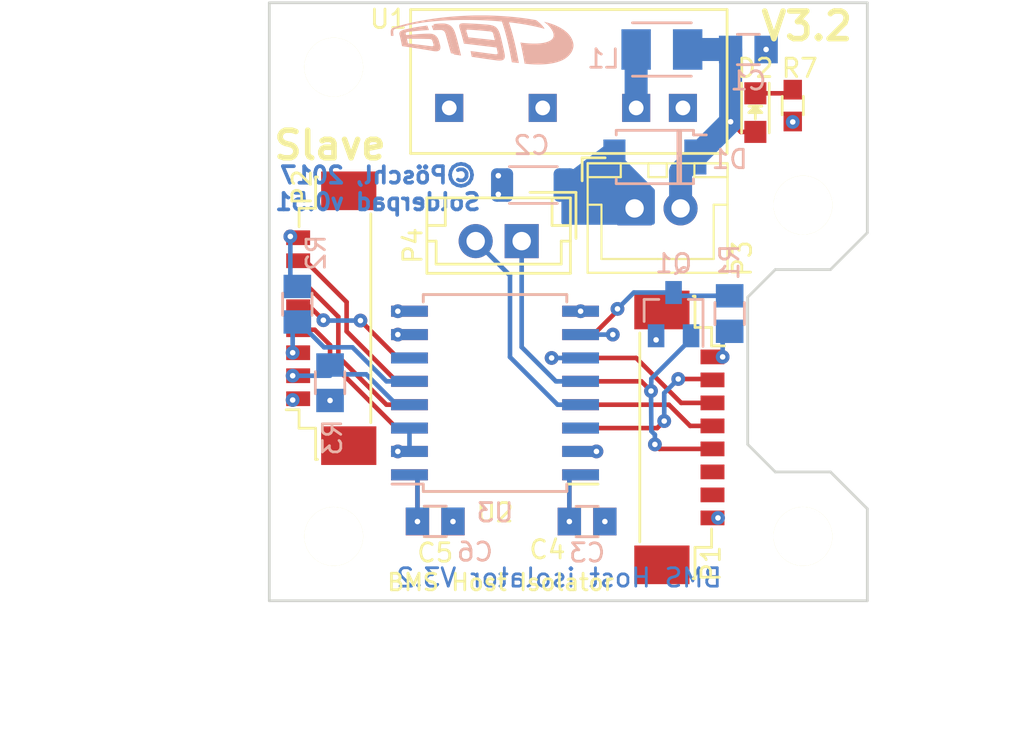
<source format=kicad_pcb>
(kicad_pcb (version 4) (host pcbnew no-vcs-found-product)

  (general
    (links 71)
    (no_connects 2)
    (area 85 90.66657 145.000001 137.245)
    (thickness 1.6)
    (drawings 22)
    (tracks 111)
    (zones 0)
    (modules 26)
    (nets 25)
  )

  (page A4)
  (title_block
    (title "BMS Host Interface (SPI + DI/DO) Isolator")
    (date 2017-01-06)
    (rev 3.2)
    (company "TERA TU Graz")
    (comment 1 "Rene Pöschl")
  )

  (layers
    (0 F.Cu signal)
    (1 In1.Cu power hide)
    (2 In2.Cu power hide)
    (31 B.Cu signal)
    (32 B.Adhes user)
    (33 F.Adhes user)
    (34 B.Paste user)
    (35 F.Paste user)
    (36 B.SilkS user)
    (37 F.SilkS user)
    (38 B.Mask user)
    (39 F.Mask user)
    (40 Dwgs.User user)
    (41 Cmts.User user)
    (42 Eco1.User user)
    (43 Eco2.User user)
    (44 Edge.Cuts user)
    (45 Margin user)
    (46 B.CrtYd user)
    (47 F.CrtYd user)
    (48 B.Fab user)
    (49 F.Fab user)
  )

  (setup
    (last_trace_width 0.25)
    (user_trace_width 0.25)
    (user_trace_width 0.5)
    (user_trace_width 0.75)
    (user_trace_width 1)
    (user_trace_width 1.25)
    (user_trace_width 1.5)
    (user_trace_width 1.75)
    (user_trace_width 2)
    (trace_clearance 0.2)
    (zone_clearance 0.508)
    (zone_45_only no)
    (trace_min 0.2)
    (segment_width 0.2)
    (edge_width 0.15)
    (via_size 0.75)
    (via_drill 0.3)
    (via_min_size 0.65)
    (via_min_drill 0.2)
    (user_via 0.65 0.2)
    (user_via 0.75 0.3)
    (user_via 0.85 0.4)
    (user_via 0.95 0.5)
    (uvia_size 0.3)
    (uvia_drill 0.1)
    (uvias_allowed no)
    (uvia_min_size 0.2)
    (uvia_min_drill 0.1)
    (pcb_text_width 0.3)
    (pcb_text_size 1.5 1.5)
    (mod_edge_width 0.15)
    (mod_text_size 1 1)
    (mod_text_width 0.15)
    (pad_size 1.524 1.524)
    (pad_drill 0.8)
    (pad_to_mask_clearance 0.075)
    (solder_mask_min_width 0.06)
    (aux_axis_origin 100 94.5)
    (grid_origin 100 94.5)
    (visible_elements FFFEFF7F)
    (pcbplotparams
      (layerselection 0x00030_ffffffff)
      (usegerberextensions false)
      (excludeedgelayer true)
      (linewidth 0.100000)
      (plotframeref false)
      (viasonmask true)
      (mode 1)
      (useauxorigin true)
      (hpglpennumber 1)
      (hpglpenspeed 20)
      (hpglpendiameter 15)
      (psnegative false)
      (psa4output false)
      (plotreference true)
      (plotvalue true)
      (plotinvisibletext false)
      (padsonsilk false)
      (subtractmaskfromsilk false)
      (outputformat 1)
      (mirror false)
      (drillshape 0)
      (scaleselection 1)
      (outputdirectory ""))
  )

  (net 0 "")
  (net 1 GND)
  (net 2 "Net-(L1-Pad1)")
  (net 3 +5V_slave)
  (net 4 GND_slave)
  (net 5 +5V)
  (net 6 "Net-(Q1-Pad3)")
  (net 7 /~Fault_slave)
  (net 8 /~Alert_slave)
  (net 9 "Net-(D2-Pad1)")
  (net 10 +12V)
  (net 11 /NCS_Master)
  (net 12 /SCLK_Master)
  (net 13 /MOSI_Master)
  (net 14 /MISO_Master)
  (net 15 /MISO_slave)
  (net 16 /NCS_Slave)
  (net 17 /MOSI_Slave)
  (net 18 /SCLK_slave)
  (net 19 "Net-(U3-Pad6)")
  (net 20 /~Fault_master)
  (net 21 /~Alert_master)
  (net 22 "Net-(U3-Pad14)")
  (net 23 "Net-(P1-Pad6)")
  (net 24 "Net-(P1-Pad7)")

  (net_class Default "This is the default net class."
    (clearance 0.2)
    (trace_width 0.25)
    (via_dia 0.75)
    (via_drill 0.3)
    (uvia_dia 0.3)
    (uvia_drill 0.1)
    (add_net +12V)
    (add_net +5V)
    (add_net +5V_slave)
    (add_net /MISO_Master)
    (add_net /MISO_slave)
    (add_net /MOSI_Master)
    (add_net /MOSI_Slave)
    (add_net /NCS_Master)
    (add_net /NCS_Slave)
    (add_net /SCLK_Master)
    (add_net /SCLK_slave)
    (add_net /~Alert_master)
    (add_net /~Alert_slave)
    (add_net /~Fault_master)
    (add_net /~Fault_slave)
    (add_net GND)
    (add_net GND_slave)
    (add_net "Net-(D2-Pad1)")
    (add_net "Net-(L1-Pad1)")
    (add_net "Net-(P1-Pad6)")
    (add_net "Net-(P1-Pad7)")
    (add_net "Net-(Q1-Pad3)")
    (add_net "Net-(U3-Pad14)")
    (add_net "Net-(U3-Pad6)")
  )

  (module Mounting_Holes:MountingHole_3.2mm_M3 locked (layer F.Cu) (tedit 57F66FD1) (tstamp 57F6C8AB)
    (at 129 105.5)
    (descr "Mounting Hole 3.2mm, no annular, M3")
    (tags "mounting hole 3.2mm no annular m3")
    (fp_text reference REF** (at 0 -4.2) (layer F.SilkS) hide
      (effects (font (size 1 1) (thickness 0.15)))
    )
    (fp_text value MountingHole_3.2mm_M3 (at 0 4.2) (layer F.Fab) hide
      (effects (font (size 1 1) (thickness 0.15)))
    )
    (fp_circle (center 0 0) (end 3.2 0) (layer Cmts.User) (width 0.15))
    (fp_circle (center 0 0) (end 3.45 0) (layer F.CrtYd) (width 0.05))
    (pad 1 np_thru_hole circle (at 0 0) (size 3.2 3.2) (drill 3.2) (layers *.Cu *.Mask F.SilkS))
  )

  (module Mounting_Holes:MountingHole_3.2mm_M3 locked (layer F.Cu) (tedit 57F66FD1) (tstamp 57F6C89E)
    (at 129 123.5)
    (descr "Mounting Hole 3.2mm, no annular, M3")
    (tags "mounting hole 3.2mm no annular m3")
    (fp_text reference REF** (at 0 -4.2) (layer F.SilkS) hide
      (effects (font (size 1 1) (thickness 0.15)))
    )
    (fp_text value MountingHole_3.2mm_M3 (at 0 4.2) (layer F.Fab) hide
      (effects (font (size 1 1) (thickness 0.15)))
    )
    (fp_circle (center 0 0) (end 3.2 0) (layer Cmts.User) (width 0.15))
    (fp_circle (center 0 0) (end 3.45 0) (layer F.CrtYd) (width 0.05))
    (pad 1 np_thru_hole circle (at 0 0) (size 3.2 3.2) (drill 3.2) (layers *.Cu *.Mask F.SilkS))
  )

  (module Mounting_Holes:MountingHole_3.2mm_M3 locked (layer F.Cu) (tedit 57F66FD1) (tstamp 57F6C88C)
    (at 103.5 123.5)
    (descr "Mounting Hole 3.2mm, no annular, M3")
    (tags "mounting hole 3.2mm no annular m3")
    (fp_text reference REF** (at 0 -4.2) (layer F.SilkS) hide
      (effects (font (size 1 1) (thickness 0.15)))
    )
    (fp_text value MountingHole_3.2mm_M3 (at 0 4.2) (layer F.Fab) hide
      (effects (font (size 1 1) (thickness 0.15)))
    )
    (fp_circle (center 0 0) (end 3.2 0) (layer Cmts.User) (width 0.15))
    (fp_circle (center 0 0) (end 3.45 0) (layer F.CrtYd) (width 0.05))
    (pad 1 np_thru_hole circle (at 0 0) (size 3.2 3.2) (drill 3.2) (layers *.Cu *.Mask F.SilkS))
  )

  (module traco_power:TMR_1-XX1X (layer F.Cu) (tedit 57C9F79D) (tstamp 57F6B0E7)
    (at 122.479 100.215 180)
    (path /57F669DC)
    (fp_text reference U1 (at 5.5 2 180) (layer F.Fab)
      (effects (font (size 1 1) (thickness 0.15)))
    )
    (fp_text value TMR_1-1211 (at 5.75 3.75 180) (layer F.Fab)
      (effects (font (size 1 1) (thickness 0.15)))
    )
    (fp_text user %R (at 16.002 4.826 180) (layer F.SilkS)
      (effects (font (size 1 1) (thickness 0.15)))
    )
    (fp_line (start -2.3 5.245) (end -2.3 -2.375) (layer F.Fab) (width 0.05))
    (fp_line (start 14.7 5.245) (end -2.3 5.245) (layer F.Fab) (width 0.05))
    (fp_line (start 14.7 -2.375) (end 14.7 5.245) (layer F.Fab) (width 0.05))
    (fp_line (start -2.3 -2.375) (end 14.7 -2.375) (layer F.Fab) (width 0.05))
    (fp_line (start -2.8 -2.9) (end -2.8 5.8) (layer F.CrtYd) (width 0.05))
    (fp_line (start 15.2 -2.9) (end -2.8 -2.9) (layer F.CrtYd) (width 0.05))
    (fp_line (start 15.2 5.8) (end 15.2 -2.9) (layer F.CrtYd) (width 0.05))
    (fp_line (start -2.8 5.8) (end 15.2 5.8) (layer F.CrtYd) (width 0.05))
    (fp_line (start -2.4 5.345) (end 14.8 5.345) (layer F.SilkS) (width 0.15))
    (fp_line (start 14.8 5.345) (end 14.8 -2.475) (layer F.SilkS) (width 0.15))
    (fp_line (start 14.8 -2.475) (end -2.4 -2.475) (layer F.SilkS) (width 0.15))
    (fp_line (start -2.4 -2.475) (end -2.4 5.345) (layer F.SilkS) (width 0.15))
    (pad 1 thru_hole rect (at 0 0 180) (size 1.524 1.524) (drill 0.8) (layers *.Cu *.Mask)
      (net 1 GND))
    (pad 2 thru_hole rect (at 2.54 0 180) (size 1.524 1.524) (drill 0.8) (layers *.Cu *.Mask)
      (net 2 "Net-(L1-Pad1)"))
    (pad 4 thru_hole rect (at 7.62 0 180) (size 1.524 1.524) (drill 0.8) (layers *.Cu *.Mask)
      (net 3 +5V_slave))
    (pad 6 thru_hole rect (at 12.7 0 180) (size 1.524 1.524) (drill 0.8) (layers *.Cu *.Mask)
      (net 4 GND_slave))
    (model traco_power.3dshapes/TMR-1-XX1X.wrl
      (at (xyz 0 0 0))
      (scale (xyz 1 1 1))
      (rotate (xyz 0 0 0))
    )
  )

  (module tera_rlc:R_0805in (layer B.Cu) (tedit 57D0100E) (tstamp 57F6B106)
    (at 125.019 111.391 90)
    (descr "Resistor SMD 0805")
    (tags "resistor 0805")
    (path /57F71746)
    (attr smd)
    (fp_text reference R1 (at 0 0 90) (layer B.Fab)
      (effects (font (size 0.6 0.6) (thickness 0.1)) (justify mirror))
    )
    (fp_text value 10k (at 2.794 1.143 90) (layer B.Fab)
      (effects (font (size 0.6 0.6) (thickness 0.1)) (justify mirror))
    )
    (fp_text user %R (at 2.794 0 90) (layer B.SilkS)
      (effects (font (size 1 1) (thickness 0.15)) (justify mirror))
    )
    (fp_line (start -1.075 -0.7) (end -1.075 0.7) (layer B.Fab) (width 0.05))
    (fp_line (start 1.075 -0.7) (end -1.075 -0.7) (layer B.Fab) (width 0.05))
    (fp_line (start 1.075 0.7) (end 1.075 -0.7) (layer B.Fab) (width 0.05))
    (fp_line (start -1.075 0.7) (end 1.075 0.7) (layer B.Fab) (width 0.05))
    (fp_line (start -2 1) (end 2 1) (layer B.CrtYd) (width 0.05))
    (fp_line (start -2 -1) (end 2 -1) (layer B.CrtYd) (width 0.05))
    (fp_line (start -2 1) (end -2 -1) (layer B.CrtYd) (width 0.05))
    (fp_line (start 2 1) (end 2 -1) (layer B.CrtYd) (width 0.05))
    (fp_line (start 0.6 -0.8) (end -0.6 -0.8) (layer B.SilkS) (width 0.15))
    (fp_line (start -0.6 0.8) (end 0.6 0.8) (layer B.SilkS) (width 0.15))
    (pad 1 smd rect (at -0.965 0 90) (size 1.27 1.5) (layers B.Cu B.Paste B.Mask)
      (net 5 +5V))
    (pad 2 smd rect (at 0.965 0 90) (size 1.27 1.5) (layers B.Cu B.Paste B.Mask)
      (net 6 "Net-(Q1-Pad3)"))
    (model tera_rlc.3dshapes/R_0805in.wrl
      (at (xyz 0 0 0))
      (scale (xyz 1 1 1))
      (rotate (xyz 0 0 0))
    )
  )

  (module tera_rlc:R_0805in (layer B.Cu) (tedit 57D0100E) (tstamp 57F6B137)
    (at 101.524 110.883 90)
    (descr "Resistor SMD 0805")
    (tags "resistor 0805")
    (path /57F7587F)
    (attr smd)
    (fp_text reference R2 (at 0 0 90) (layer B.Fab)
      (effects (font (size 0.6 0.6) (thickness 0.1)) (justify mirror))
    )
    (fp_text value 10k (at 0.508 1.397 90) (layer B.Fab)
      (effects (font (size 0.6 0.6) (thickness 0.1)) (justify mirror))
    )
    (fp_text user %R (at 2.794 1.016 90) (layer B.SilkS)
      (effects (font (size 1 1) (thickness 0.15)) (justify mirror))
    )
    (fp_line (start -1.075 -0.7) (end -1.075 0.7) (layer B.Fab) (width 0.05))
    (fp_line (start 1.075 -0.7) (end -1.075 -0.7) (layer B.Fab) (width 0.05))
    (fp_line (start 1.075 0.7) (end 1.075 -0.7) (layer B.Fab) (width 0.05))
    (fp_line (start -1.075 0.7) (end 1.075 0.7) (layer B.Fab) (width 0.05))
    (fp_line (start -2 1) (end 2 1) (layer B.CrtYd) (width 0.05))
    (fp_line (start -2 -1) (end 2 -1) (layer B.CrtYd) (width 0.05))
    (fp_line (start -2 1) (end -2 -1) (layer B.CrtYd) (width 0.05))
    (fp_line (start 2 1) (end 2 -1) (layer B.CrtYd) (width 0.05))
    (fp_line (start 0.6 -0.8) (end -0.6 -0.8) (layer B.SilkS) (width 0.15))
    (fp_line (start -0.6 0.8) (end 0.6 0.8) (layer B.SilkS) (width 0.15))
    (pad 1 smd rect (at -0.965 0 90) (size 1.27 1.5) (layers B.Cu B.Paste B.Mask)
      (net 7 /~Fault_slave))
    (pad 2 smd rect (at 0.965 0 90) (size 1.27 1.5) (layers B.Cu B.Paste B.Mask)
      (net 4 GND_slave))
    (model tera_rlc.3dshapes/R_0805in.wrl
      (at (xyz 0 0 0))
      (scale (xyz 1 1 1))
      (rotate (xyz 0 0 0))
    )
  )

  (module tera_rlc:R_0805in (layer B.Cu) (tedit 57D0100E) (tstamp 57F6B168)
    (at 103.302 115.15 270)
    (descr "Resistor SMD 0805")
    (tags "resistor 0805")
    (path /57F75B79)
    (attr smd)
    (fp_text reference R3 (at 0 0 270) (layer B.Fab)
      (effects (font (size 0.6 0.6) (thickness 0.1)) (justify mirror))
    )
    (fp_text value 10k (at 0 -1.4 270) (layer B.Fab)
      (effects (font (size 0.6 0.6) (thickness 0.1)) (justify mirror))
    )
    (fp_text user %R (at 2.972 -0.127 270) (layer B.SilkS)
      (effects (font (size 1 1) (thickness 0.15)) (justify mirror))
    )
    (fp_line (start -1.075 -0.7) (end -1.075 0.7) (layer B.Fab) (width 0.05))
    (fp_line (start 1.075 -0.7) (end -1.075 -0.7) (layer B.Fab) (width 0.05))
    (fp_line (start 1.075 0.7) (end 1.075 -0.7) (layer B.Fab) (width 0.05))
    (fp_line (start -1.075 0.7) (end 1.075 0.7) (layer B.Fab) (width 0.05))
    (fp_line (start -2 1) (end 2 1) (layer B.CrtYd) (width 0.05))
    (fp_line (start -2 -1) (end 2 -1) (layer B.CrtYd) (width 0.05))
    (fp_line (start -2 1) (end -2 -1) (layer B.CrtYd) (width 0.05))
    (fp_line (start 2 1) (end 2 -1) (layer B.CrtYd) (width 0.05))
    (fp_line (start 0.6 -0.8) (end -0.6 -0.8) (layer B.SilkS) (width 0.15))
    (fp_line (start -0.6 0.8) (end 0.6 0.8) (layer B.SilkS) (width 0.15))
    (pad 1 smd rect (at -0.965 0 270) (size 1.27 1.5) (layers B.Cu B.Paste B.Mask)
      (net 8 /~Alert_slave))
    (pad 2 smd rect (at 0.965 0 270) (size 1.27 1.5) (layers B.Cu B.Paste B.Mask)
      (net 4 GND_slave))
    (model tera_rlc.3dshapes/R_0805in.wrl
      (at (xyz 0 0 0))
      (scale (xyz 1 1 1))
      (rotate (xyz 0 0 0))
    )
  )

  (module tera_rlc:R_0603in (layer F.Cu) (tedit 57D01065) (tstamp 57F6B199)
    (at 128.448 100.088 90)
    (descr "Resistor SMD 0603")
    (tags "resistor 0603")
    (path /56EAC752)
    (attr smd)
    (fp_text reference R7 (at 0 0 90) (layer F.Fab)
      (effects (font (size 0.6 0.6) (thickness 0.1)))
    )
    (fp_text value 12k (at 0 1.524 90) (layer F.Fab)
      (effects (font (size 0.6 0.6) (thickness 0.1)))
    )
    (fp_text user %R (at 2.032 0.381 180) (layer F.SilkS)
      (effects (font (size 1 1) (thickness 0.15)))
    )
    (fp_line (start -0.85 0.475) (end -0.85 -0.475) (layer F.Fab) (width 0.05))
    (fp_line (start 0.85 0.475) (end -0.85 0.475) (layer F.Fab) (width 0.05))
    (fp_line (start 0.85 -0.475) (end 0.85 0.475) (layer F.Fab) (width 0.05))
    (fp_line (start -0.85 -0.475) (end 0.85 -0.475) (layer F.Fab) (width 0.05))
    (fp_line (start -1.5 -1) (end 1.5 -1) (layer F.CrtYd) (width 0.05))
    (fp_line (start -1.5 1) (end 1.5 1) (layer F.CrtYd) (width 0.05))
    (fp_line (start -1.5 -1) (end -1.5 1) (layer F.CrtYd) (width 0.05))
    (fp_line (start 1.5 -1) (end 1.5 1) (layer F.CrtYd) (width 0.05))
    (fp_line (start 0.5 0.575) (end -0.5 0.575) (layer F.SilkS) (width 0.15))
    (fp_line (start -0.5 -0.575) (end 0.5 -0.575) (layer F.SilkS) (width 0.15))
    (pad 1 smd rect (at -0.865 0 90) (size 1.07 1) (layers F.Cu F.Paste F.Mask)
      (net 1 GND))
    (pad 2 smd rect (at 0.865 0 90) (size 1.07 1) (layers F.Cu F.Paste F.Mask)
      (net 9 "Net-(D2-Pad1)"))
    (model tera_rlc.3dshapes/R_0603in.wrl
      (at (xyz 0 0 0))
      (scale (xyz 1 1 1))
      (rotate (xyz 0 0 0))
    )
  )

  (module tera_rlc:L_muarta_LQH32PN (layer B.Cu) (tedit 57CAF677) (tstamp 57F6B1CA)
    (at 121.336 97.04)
    (path /56DAF335)
    (fp_text reference L1 (at 0 0.835) (layer B.Fab)
      (effects (font (size 0.6 0.6) (thickness 0.1)) (justify mirror))
    )
    (fp_text value "4.7uH 1.2A" (at -4.699 -1.397) (layer B.Fab)
      (effects (font (size 0.6 0.6) (thickness 0.1)) (justify mirror))
    )
    (fp_text user %R (at -3.175 0.508) (layer B.SilkS)
      (effects (font (size 1 1) (thickness 0.15)) (justify mirror))
    )
    (fp_line (start -2.25 -1.75) (end -2.25 1.75) (layer B.CrtYd) (width 0.05))
    (fp_line (start 2.24 -1.75) (end -2.25 -1.75) (layer B.CrtYd) (width 0.05))
    (fp_line (start 2.25 1.75) (end 2.25 -1.75) (layer B.CrtYd) (width 0.05))
    (fp_line (start -2.25 1.75) (end 2.25 1.75) (layer B.CrtYd) (width 0.05))
    (fp_line (start -1.6 -1.35) (end -1.6 1.35) (layer B.Fab) (width 0.05))
    (fp_line (start 1.6 -1.35) (end -1.6 -1.35) (layer B.Fab) (width 0.05))
    (fp_line (start 1.6 1.35) (end 1.6 -1.35) (layer B.Fab) (width 0.05))
    (fp_line (start -1.6 1.35) (end 1.6 1.35) (layer B.Fab) (width 0.05))
    (fp_line (start 1.6 -1.45) (end -1.6 -1.45) (layer B.SilkS) (width 0.15))
    (fp_line (start -1.6 1.45) (end 1.6 1.45) (layer B.SilkS) (width 0.15))
    (pad 1 smd rect (at -1.4 0) (size 1.6 2.2) (layers B.Cu B.Paste B.Mask)
      (net 2 "Net-(L1-Pad1)"))
    (pad 2 smd rect (at 1.4 0) (size 1.6 2.2) (layers B.Cu B.Paste B.Mask)
      (net 10 +12V))
    (model ${KISYS3DMOD}/tera_rlc.3dshapes/L_muarta_LQH32PN.wrl
      (at (xyz 0 0 0))
      (scale (xyz 1 1 1))
      (rotate (xyz 0 0 0))
    )
  )

  (module tera_rlc:C_0805in (layer B.Cu) (tedit 57D00F80) (tstamp 57F6B259)
    (at 109.017 122.682 180)
    (descr "Capacitor SMD 0805")
    (tags "capacitor 0805")
    (path /57F729D7)
    (attr smd)
    (fp_text reference C6 (at 0 0 180) (layer B.Fab)
      (effects (font (size 0.6 0.6) (thickness 0.1)) (justify mirror))
    )
    (fp_text value 100n (at 0 -1.5 180) (layer B.Fab)
      (effects (font (size 0.6 0.6) (thickness 0.1)) (justify mirror))
    )
    (fp_text user %R (at -2.159 -1.663 180) (layer B.SilkS)
      (effects (font (size 1 1) (thickness 0.15)) (justify mirror))
    )
    (fp_line (start -1.1 -0.725) (end -1.1 0.725) (layer B.Fab) (width 0.05))
    (fp_line (start 1.1 -0.725) (end -1.1 -0.725) (layer B.Fab) (width 0.05))
    (fp_line (start 1.1 0.725) (end 1.1 -0.725) (layer B.Fab) (width 0.05))
    (fp_line (start -1.1 0.725) (end 1.1 0.725) (layer B.Fab) (width 0.05))
    (fp_line (start -2 1) (end 2 1) (layer B.CrtYd) (width 0.05))
    (fp_line (start -2 -1) (end 2 -1) (layer B.CrtYd) (width 0.05))
    (fp_line (start -2 1) (end -2 -1) (layer B.CrtYd) (width 0.05))
    (fp_line (start 2 1) (end 2 -1) (layer B.CrtYd) (width 0.05))
    (fp_line (start 0.6 -0.825) (end -0.6 -0.825) (layer B.SilkS) (width 0.15))
    (fp_line (start -0.6 0.825) (end 0.6 0.825) (layer B.SilkS) (width 0.15))
    (pad 1 smd rect (at -0.965 0 180) (size 1.27 1.5) (layers B.Cu B.Paste B.Mask)
      (net 4 GND_slave))
    (pad 2 smd rect (at 0.965 0 180) (size 1.27 1.5) (layers B.Cu B.Paste B.Mask)
      (net 3 +5V_slave))
    (model tera_rlc.3dshapes/C_0805in.wrl
      (at (xyz 0 0 0))
      (scale (xyz 1 1 1))
      (rotate (xyz 0 0 0))
    )
  )

  (module tera_rlc:C_0805in (layer B.Cu) (tedit 57D00F80) (tstamp 57F6B28A)
    (at 126.035 97.04)
    (descr "Capacitor SMD 0805")
    (tags "capacitor 0805")
    (path /56DAF1FE)
    (attr smd)
    (fp_text reference C1 (at 0 0) (layer B.Fab)
      (effects (font (size 0.6 0.6) (thickness 0.1)) (justify mirror))
    )
    (fp_text value "4.7uF 25V" (at 0.762 -1.5) (layer B.Fab)
      (effects (font (size 0.6 0.6) (thickness 0.1)) (justify mirror))
    )
    (fp_text user %R (at 0 1.7) (layer B.SilkS)
      (effects (font (size 1 1) (thickness 0.15)) (justify mirror))
    )
    (fp_line (start -1.1 -0.725) (end -1.1 0.725) (layer B.Fab) (width 0.05))
    (fp_line (start 1.1 -0.725) (end -1.1 -0.725) (layer B.Fab) (width 0.05))
    (fp_line (start 1.1 0.725) (end 1.1 -0.725) (layer B.Fab) (width 0.05))
    (fp_line (start -1.1 0.725) (end 1.1 0.725) (layer B.Fab) (width 0.05))
    (fp_line (start -2 1) (end 2 1) (layer B.CrtYd) (width 0.05))
    (fp_line (start -2 -1) (end 2 -1) (layer B.CrtYd) (width 0.05))
    (fp_line (start -2 1) (end -2 -1) (layer B.CrtYd) (width 0.05))
    (fp_line (start 2 1) (end 2 -1) (layer B.CrtYd) (width 0.05))
    (fp_line (start 0.6 -0.825) (end -0.6 -0.825) (layer B.SilkS) (width 0.15))
    (fp_line (start -0.6 0.825) (end 0.6 0.825) (layer B.SilkS) (width 0.15))
    (pad 1 smd rect (at -0.965 0) (size 1.27 1.5) (layers B.Cu B.Paste B.Mask)
      (net 10 +12V))
    (pad 2 smd rect (at 0.965 0) (size 1.27 1.5) (layers B.Cu B.Paste B.Mask)
      (net 1 GND))
    (model tera_rlc.3dshapes/C_0805in.wrl
      (at (xyz 0 0 0))
      (scale (xyz 1 1 1))
      (rotate (xyz 0 0 0))
    )
  )

  (module tera_rlc:C_0805in (layer F.Cu) (tedit 57D00F80) (tstamp 57F6B2BB)
    (at 109.017 122.694 180)
    (descr "Capacitor SMD 0805")
    (tags "capacitor 0805")
    (path /57F6FF25)
    (attr smd)
    (fp_text reference C5 (at 0 0 180) (layer F.Fab)
      (effects (font (size 0.6 0.6) (thickness 0.1)))
    )
    (fp_text value 100n (at -2.159 -1.27 180) (layer F.Fab)
      (effects (font (size 0.6 0.6) (thickness 0.1)))
    )
    (fp_text user %R (at 0 -1.7 180) (layer F.SilkS)
      (effects (font (size 1 1) (thickness 0.15)))
    )
    (fp_line (start -1.1 0.725) (end -1.1 -0.725) (layer F.Fab) (width 0.05))
    (fp_line (start 1.1 0.725) (end -1.1 0.725) (layer F.Fab) (width 0.05))
    (fp_line (start 1.1 -0.725) (end 1.1 0.725) (layer F.Fab) (width 0.05))
    (fp_line (start -1.1 -0.725) (end 1.1 -0.725) (layer F.Fab) (width 0.05))
    (fp_line (start -2 -1) (end 2 -1) (layer F.CrtYd) (width 0.05))
    (fp_line (start -2 1) (end 2 1) (layer F.CrtYd) (width 0.05))
    (fp_line (start -2 -1) (end -2 1) (layer F.CrtYd) (width 0.05))
    (fp_line (start 2 -1) (end 2 1) (layer F.CrtYd) (width 0.05))
    (fp_line (start 0.6 0.825) (end -0.6 0.825) (layer F.SilkS) (width 0.15))
    (fp_line (start -0.6 -0.825) (end 0.6 -0.825) (layer F.SilkS) (width 0.15))
    (pad 1 smd rect (at -0.965 0 180) (size 1.27 1.5) (layers F.Cu F.Paste F.Mask)
      (net 4 GND_slave))
    (pad 2 smd rect (at 0.965 0 180) (size 1.27 1.5) (layers F.Cu F.Paste F.Mask)
      (net 3 +5V_slave))
    (model tera_rlc.3dshapes/C_0805in.wrl
      (at (xyz 0 0 0))
      (scale (xyz 1 1 1))
      (rotate (xyz 0 0 0))
    )
  )

  (module tera_rlc:C_0805in (layer F.Cu) (tedit 57D00F80) (tstamp 57F6B2EC)
    (at 117.272 122.694)
    (descr "Capacitor SMD 0805")
    (tags "capacitor 0805")
    (path /57F6FB99)
    (attr smd)
    (fp_text reference C4 (at 0 0) (layer F.Fab)
      (effects (font (size 0.6 0.6) (thickness 0.1)))
    )
    (fp_text value 100n (at 0 1.5) (layer F.Fab)
      (effects (font (size 0.6 0.6) (thickness 0.1)))
    )
    (fp_text user %R (at -2.159 1.524) (layer F.SilkS)
      (effects (font (size 1 1) (thickness 0.15)))
    )
    (fp_line (start -1.1 0.725) (end -1.1 -0.725) (layer F.Fab) (width 0.05))
    (fp_line (start 1.1 0.725) (end -1.1 0.725) (layer F.Fab) (width 0.05))
    (fp_line (start 1.1 -0.725) (end 1.1 0.725) (layer F.Fab) (width 0.05))
    (fp_line (start -1.1 -0.725) (end 1.1 -0.725) (layer F.Fab) (width 0.05))
    (fp_line (start -2 -1) (end 2 -1) (layer F.CrtYd) (width 0.05))
    (fp_line (start -2 1) (end 2 1) (layer F.CrtYd) (width 0.05))
    (fp_line (start -2 -1) (end -2 1) (layer F.CrtYd) (width 0.05))
    (fp_line (start 2 -1) (end 2 1) (layer F.CrtYd) (width 0.05))
    (fp_line (start 0.6 0.825) (end -0.6 0.825) (layer F.SilkS) (width 0.15))
    (fp_line (start -0.6 -0.825) (end 0.6 -0.825) (layer F.SilkS) (width 0.15))
    (pad 1 smd rect (at -0.965 0) (size 1.27 1.5) (layers F.Cu F.Paste F.Mask)
      (net 5 +5V))
    (pad 2 smd rect (at 0.965 0) (size 1.27 1.5) (layers F.Cu F.Paste F.Mask)
      (net 1 GND))
    (model tera_rlc.3dshapes/C_0805in.wrl
      (at (xyz 0 0 0))
      (scale (xyz 1 1 1))
      (rotate (xyz 0 0 0))
    )
  )

  (module tera_rlc:C_0805in (layer B.Cu) (tedit 57D00F80) (tstamp 57F6B31D)
    (at 117.272 122.694)
    (descr "Capacitor SMD 0805")
    (tags "capacitor 0805")
    (path /57F729D1)
    (attr smd)
    (fp_text reference C3 (at 0 0) (layer B.Fab)
      (effects (font (size 0.6 0.6) (thickness 0.1)) (justify mirror))
    )
    (fp_text value 100n (at 2.159 1.778) (layer B.Fab)
      (effects (font (size 0.6 0.6) (thickness 0.1)) (justify mirror))
    )
    (fp_text user %R (at 0 1.7) (layer B.SilkS)
      (effects (font (size 1 1) (thickness 0.15)) (justify mirror))
    )
    (fp_line (start -1.1 -0.725) (end -1.1 0.725) (layer B.Fab) (width 0.05))
    (fp_line (start 1.1 -0.725) (end -1.1 -0.725) (layer B.Fab) (width 0.05))
    (fp_line (start 1.1 0.725) (end 1.1 -0.725) (layer B.Fab) (width 0.05))
    (fp_line (start -1.1 0.725) (end 1.1 0.725) (layer B.Fab) (width 0.05))
    (fp_line (start -2 1) (end 2 1) (layer B.CrtYd) (width 0.05))
    (fp_line (start -2 -1) (end 2 -1) (layer B.CrtYd) (width 0.05))
    (fp_line (start -2 1) (end -2 -1) (layer B.CrtYd) (width 0.05))
    (fp_line (start 2 1) (end 2 -1) (layer B.CrtYd) (width 0.05))
    (fp_line (start 0.6 -0.825) (end -0.6 -0.825) (layer B.SilkS) (width 0.15))
    (fp_line (start -0.6 0.825) (end 0.6 0.825) (layer B.SilkS) (width 0.15))
    (pad 1 smd rect (at -0.965 0) (size 1.27 1.5) (layers B.Cu B.Paste B.Mask)
      (net 5 +5V))
    (pad 2 smd rect (at 0.965 0) (size 1.27 1.5) (layers B.Cu B.Paste B.Mask)
      (net 1 GND))
    (model tera_rlc.3dshapes/C_0805in.wrl
      (at (xyz 0 0 0))
      (scale (xyz 1 1 1))
      (rotate (xyz 0 0 0))
    )
  )

  (module tera_diodes:LED_0805 (layer F.Cu) (tedit 57F74D17) (tstamp 57F6B343)
    (at 126.416 100.469 270)
    (descr "LED 0805 smd package")
    (tags "LED 0805 SMD")
    (path /56EAC832)
    (attr smd)
    (fp_text reference D2 (at 0.1 0 270) (layer F.Fab)
      (effects (font (size 0.5 0.5) (thickness 0.08)))
    )
    (fp_text value 12V_OK (at -3.683 0 270) (layer F.Fab)
      (effects (font (size 0.6 0.6) (thickness 0.1)))
    )
    (fp_text user %R (at -2.413 0) (layer F.SilkS)
      (effects (font (size 1 1) (thickness 0.15)))
    )
    (fp_line (start -0.4 -0.6) (end -0.4 -0.4) (layer F.Fab) (width 0.05))
    (fp_line (start -0.4 0.6) (end -0.4 0.4) (layer F.Fab) (width 0.05))
    (fp_line (start -1 0) (end -0.4 0.6) (layer F.Fab) (width 0.05))
    (fp_line (start -0.4 -0.6) (end -1 0) (layer F.Fab) (width 0.05))
    (fp_line (start 1 -0.6) (end -1 -0.6) (layer F.Fab) (width 0.05))
    (fp_line (start 1 0.6) (end 1 -0.6) (layer F.Fab) (width 0.05))
    (fp_line (start -1 0.6) (end 1 0.6) (layer F.Fab) (width 0.05))
    (fp_line (start -1 -0.6) (end -1 0.6) (layer F.Fab) (width 0.05))
    (fp_line (start -1.6 0.75) (end 1.1 0.75) (layer F.SilkS) (width 0.15))
    (fp_line (start -1.6 -0.75) (end 1.1 -0.75) (layer F.SilkS) (width 0.15))
    (fp_line (start -0.1 0.15) (end -0.1 -0.1) (layer F.SilkS) (width 0.15))
    (fp_line (start -0.1 -0.1) (end -0.25 0.05) (layer F.SilkS) (width 0.15))
    (fp_line (start -0.35 -0.35) (end -0.35 0.35) (layer F.SilkS) (width 0.15))
    (fp_line (start 0 0) (end 0.35 0) (layer F.SilkS) (width 0.15))
    (fp_line (start -0.35 0) (end 0 -0.35) (layer F.SilkS) (width 0.15))
    (fp_line (start 0 -0.35) (end 0 0.35) (layer F.SilkS) (width 0.15))
    (fp_line (start 0 0.35) (end -0.35 0) (layer F.SilkS) (width 0.15))
    (fp_line (start 1.9 -0.95) (end 1.9 0.95) (layer F.CrtYd) (width 0.05))
    (fp_line (start 1.9 0.95) (end -1.9 0.95) (layer F.CrtYd) (width 0.05))
    (fp_line (start -1.9 0.95) (end -1.9 -0.95) (layer F.CrtYd) (width 0.05))
    (fp_line (start -1.9 -0.95) (end 1.9 -0.95) (layer F.CrtYd) (width 0.05))
    (pad 2 smd rect (at 1.04902 0 90) (size 1.19888 1.19888) (layers F.Cu F.Paste F.Mask)
      (net 10 +12V))
    (pad 1 smd rect (at -1.04902 0 90) (size 1.19888 1.19888) (layers F.Cu F.Paste F.Mask)
      (net 9 "Net-(D2-Pad1)"))
    (model LEDs.3dshapes/LED_0805.wrl
      (at (xyz 0 0 0))
      (scale (xyz 1 1 1))
      (rotate (xyz 0 0 0))
    )
  )

  (module tera_atomic_infineon:BSS205N (layer B.Cu) (tedit 57D022C4) (tstamp 57F6B364)
    (at 121.971 111.423 180)
    (descr "SOT-23, Standard")
    (tags SOT-23)
    (path /57F7217F)
    (attr smd)
    (fp_text reference Q1 (at 0 0 180) (layer B.Fab)
      (effects (font (size 0.6 0.6) (thickness 0.1)) (justify mirror))
    )
    (fp_text value BSS205N (at 0 -2.5 180) (layer B.Fab)
      (effects (font (size 0.6 0.6) (thickness 0.1)) (justify mirror))
    )
    (fp_text user %R (at 0 2.75 180) (layer B.SilkS)
      (effects (font (size 1 1) (thickness 0.15)) (justify mirror))
    )
    (fp_line (start -1.5 0.7) (end -1.5 -1.75) (layer B.Fab) (width 0.05))
    (fp_line (start 1.5 -0.7) (end -1.5 -0.7) (layer B.Fab) (width 0.05))
    (fp_line (start 1.5 0.7) (end 1.5 -0.7) (layer B.Fab) (width 0.05))
    (fp_line (start -1.5 0.7) (end 1.5 0.7) (layer B.Fab) (width 0.05))
    (fp_line (start -2 2) (end 2 2) (layer B.CrtYd) (width 0.05))
    (fp_line (start 2 2) (end 2 -2) (layer B.CrtYd) (width 0.05))
    (fp_line (start 2 -2) (end -2 -2) (layer B.CrtYd) (width 0.05))
    (fp_line (start -2 -2) (end -2 2) (layer B.CrtYd) (width 0.05))
    (fp_line (start -1.6 -1.75) (end -1.6 0.8) (layer B.SilkS) (width 0.15))
    (fp_line (start -1.6 0.8) (end -0.8 0.8) (layer B.SilkS) (width 0.15))
    (fp_line (start 0.8 0.8) (end 1.6 0.8) (layer B.SilkS) (width 0.15))
    (fp_line (start 1.6 0.8) (end 1.6 -0.4) (layer B.SilkS) (width 0.15))
    (pad 1 smd rect (at -0.95 -1.175 180) (size 0.9 1.25) (layers B.Cu B.Paste B.Mask)
      (net 11 /NCS_Master))
    (pad 2 smd rect (at 0.95 -1.175 180) (size 0.9 1.25) (layers B.Cu B.Paste B.Mask)
      (net 1 GND))
    (pad 3 smd rect (at 0 1.175 180) (size 0.9 1.25) (layers B.Cu B.Paste B.Mask)
      (net 6 "Net-(Q1-Pad3)"))
    (model ${KISYS3DMOD}/tera_sot.3dshapes/SOT-23.wrl
      (at (xyz 0 0 0))
      (scale (xyz 1 1 1))
      (rotate (xyz 0 0 0))
    )
  )

  (module tera_Connectors_Molex:Molex_PicoBlade_53398-0871_08x1.25mm_Straight (layer F.Cu) (tedit 57F63975) (tstamp 57F6B3F2)
    (at 104.318 111.645 90)
    (descr "Molex PicoBlade, single row, top entry type, surface mount, PN:53398-0871")
    (tags "connector PicoBlade header Molex")
    (path /57F78783)
    (fp_text reference P2 (at 4.953 -0.127 180) (layer F.Fab)
      (effects (font (size 1 1) (thickness 0.15)))
    )
    (fp_text value Host_slave (at 0.127 -1.27 90) (layer F.Fab)
      (effects (font (size 1 1) (thickness 0.15)))
    )
    (fp_line (start -5.875 -2.6) (end 5.875 -2.6) (layer F.Fab) (width 0.05))
    (fp_line (start 5.875 -2.6) (end 5.875 1.1) (layer F.Fab) (width 0.05))
    (fp_line (start 5.875 1.1) (end -5.875 1.1) (layer F.Fab) (width 0.05))
    (fp_line (start -5.875 1.1) (end -5.875 -2.6) (layer F.Fab) (width 0.05))
    (fp_line (start 5.875 -1.7) (end 7.575 -1.7) (layer F.Fab) (width 0.05))
    (fp_line (start 7.575 -1.7) (end 7.575 1.1) (layer F.Fab) (width 0.05))
    (fp_line (start 7.575 1.1) (end 5.875 1.1) (layer F.Fab) (width 0.05))
    (fp_line (start -5.875 1.1) (end -7.575 1.1) (layer F.Fab) (width 0.05))
    (fp_line (start -7.575 1.1) (end -7.575 -1.7) (layer F.Fab) (width 0.05))
    (fp_line (start -7.575 -1.7) (end -5.875 -1.7) (layer F.Fab) (width 0.05))
    (fp_line (start -5 -2.6) (end -4.375 -1.6) (layer F.Fab) (width 0.05))
    (fp_line (start -4.375 -1.6) (end -3.75 -2.6) (layer F.Fab) (width 0.05))
    (fp_line (start -4.975 -3.4) (end -4.975 -2.7) (layer F.SilkS) (width 0.15))
    (fp_line (start -4.975 -2.7) (end -5.975 -2.7) (layer F.SilkS) (width 0.15))
    (fp_line (start -5.975 -2.7) (end -5.975 -1.8) (layer F.SilkS) (width 0.15))
    (fp_line (start -5.975 -1.8) (end -7.675 -1.8) (layer F.SilkS) (width 0.15))
    (fp_line (start -7.675 -1.8) (end -7.675 -1.7) (layer F.SilkS) (width 0.15))
    (fp_line (start 4.975 -2.7) (end 5.975 -2.7) (layer F.SilkS) (width 0.15))
    (fp_line (start 5.975 -2.7) (end 5.975 -1.8) (layer F.SilkS) (width 0.15))
    (fp_line (start 5.975 -1.8) (end 7.675 -1.8) (layer F.SilkS) (width 0.15))
    (fp_line (start 7.675 -1.8) (end 7.675 -1.7) (layer F.SilkS) (width 0.15))
    (fp_line (start -5.675 1.2) (end 5.675 1.2) (layer F.SilkS) (width 0.15))
    (fp_line (start -8.45 -3.9) (end -8.45 2) (layer F.CrtYd) (width 0.05))
    (fp_line (start -8.45 2) (end 8.45 2) (layer F.CrtYd) (width 0.05))
    (fp_line (start 8.45 2) (end 8.45 -3.9) (layer F.CrtYd) (width 0.05))
    (fp_line (start 8.45 -3.9) (end -8.45 -3.9) (layer F.CrtYd) (width 0.05))
    (fp_text user %R (at 7.112 -2.54 90) (layer F.SilkS)
      (effects (font (size 1 1) (thickness 0.15)))
    )
    (pad 1 smd rect (at -4.375 -2.75 90) (size 0.8 1.3) (layers F.Cu F.Paste F.Mask)
      (net 3 +5V_slave))
    (pad 2 smd rect (at -3.125 -2.75 90) (size 0.8 1.3) (layers F.Cu F.Paste F.Mask)
      (net 8 /~Alert_slave))
    (pad 3 smd rect (at -1.875 -2.75 90) (size 0.8 1.3) (layers F.Cu F.Paste F.Mask)
      (net 7 /~Fault_slave))
    (pad 4 smd rect (at -0.625 -2.75 90) (size 0.8 1.3) (layers F.Cu F.Paste F.Mask)
      (net 18 /SCLK_slave))
    (pad 5 smd rect (at 0.625 -2.75 90) (size 0.8 1.3) (layers F.Cu F.Paste F.Mask)
      (net 15 /MISO_slave))
    (pad 6 smd rect (at 1.875 -2.75 90) (size 0.8 1.3) (layers F.Cu F.Paste F.Mask)
      (net 17 /MOSI_Slave))
    (pad 7 smd rect (at 3.125 -2.75 90) (size 0.8 1.3) (layers F.Cu F.Paste F.Mask)
      (net 16 /NCS_Slave))
    (pad 8 smd rect (at 4.375 -2.75 90) (size 0.8 1.3) (layers F.Cu F.Paste F.Mask)
      (net 4 GND_slave))
    (pad "" smd rect (at -6.925 0 90) (size 2.1 3) (layers F.Cu F.Paste F.Mask))
    (pad "" smd rect (at 6.925 0 90) (size 2.1 3) (layers F.Cu F.Paste F.Mask))
    (model tera_Connectors_Molex.3dshapes/Molex_PicoBlade_53398-0871_08x1.25mm_Straight.wrl
      (at (xyz 0 0 0))
      (scale (xyz 1 1 1))
      (rotate (xyz 0 0 0))
    )
  )

  (module tera_Connectors_Molex:Molex_PicoBlade_53398-0871_08x1.25mm_Straight (layer F.Cu) (tedit 57F63975) (tstamp 57F6B41A)
    (at 121.336 118.122 270)
    (descr "Molex PicoBlade, single row, top entry type, surface mount, PN:53398-0871")
    (tags "connector PicoBlade header Molex")
    (path /57F6DA64)
    (fp_text reference P1 (at -5.207 -1.143) (layer F.Fab)
      (effects (font (size 1 1) (thickness 0.15)))
    )
    (fp_text value SPI_master (at -0.127 -1.397 270) (layer F.Fab)
      (effects (font (size 1 1) (thickness 0.15)))
    )
    (fp_line (start -5.875 -2.6) (end 5.875 -2.6) (layer F.Fab) (width 0.05))
    (fp_line (start 5.875 -2.6) (end 5.875 1.1) (layer F.Fab) (width 0.05))
    (fp_line (start 5.875 1.1) (end -5.875 1.1) (layer F.Fab) (width 0.05))
    (fp_line (start -5.875 1.1) (end -5.875 -2.6) (layer F.Fab) (width 0.05))
    (fp_line (start 5.875 -1.7) (end 7.575 -1.7) (layer F.Fab) (width 0.05))
    (fp_line (start 7.575 -1.7) (end 7.575 1.1) (layer F.Fab) (width 0.05))
    (fp_line (start 7.575 1.1) (end 5.875 1.1) (layer F.Fab) (width 0.05))
    (fp_line (start -5.875 1.1) (end -7.575 1.1) (layer F.Fab) (width 0.05))
    (fp_line (start -7.575 1.1) (end -7.575 -1.7) (layer F.Fab) (width 0.05))
    (fp_line (start -7.575 -1.7) (end -5.875 -1.7) (layer F.Fab) (width 0.05))
    (fp_line (start -5 -2.6) (end -4.375 -1.6) (layer F.Fab) (width 0.05))
    (fp_line (start -4.375 -1.6) (end -3.75 -2.6) (layer F.Fab) (width 0.05))
    (fp_line (start -4.975 -3.4) (end -4.975 -2.7) (layer F.SilkS) (width 0.15))
    (fp_line (start -4.975 -2.7) (end -5.975 -2.7) (layer F.SilkS) (width 0.15))
    (fp_line (start -5.975 -2.7) (end -5.975 -1.8) (layer F.SilkS) (width 0.15))
    (fp_line (start -5.975 -1.8) (end -7.675 -1.8) (layer F.SilkS) (width 0.15))
    (fp_line (start -7.675 -1.8) (end -7.675 -1.7) (layer F.SilkS) (width 0.15))
    (fp_line (start 4.975 -2.7) (end 5.975 -2.7) (layer F.SilkS) (width 0.15))
    (fp_line (start 5.975 -2.7) (end 5.975 -1.8) (layer F.SilkS) (width 0.15))
    (fp_line (start 5.975 -1.8) (end 7.675 -1.8) (layer F.SilkS) (width 0.15))
    (fp_line (start 7.675 -1.8) (end 7.675 -1.7) (layer F.SilkS) (width 0.15))
    (fp_line (start -5.675 1.2) (end 5.675 1.2) (layer F.SilkS) (width 0.15))
    (fp_line (start -8.45 -3.9) (end -8.45 2) (layer F.CrtYd) (width 0.05))
    (fp_line (start -8.45 2) (end 8.45 2) (layer F.CrtYd) (width 0.05))
    (fp_line (start 8.45 2) (end 8.45 -3.9) (layer F.CrtYd) (width 0.05))
    (fp_line (start 8.45 -3.9) (end -8.45 -3.9) (layer F.CrtYd) (width 0.05))
    (fp_text user %R (at 6.858 -2.667 270) (layer F.SilkS)
      (effects (font (size 1 1) (thickness 0.15)))
    )
    (pad 1 smd rect (at -4.375 -2.75 270) (size 0.8 1.3) (layers F.Cu F.Paste F.Mask)
      (net 5 +5V))
    (pad 2 smd rect (at -3.125 -2.75 270) (size 0.8 1.3) (layers F.Cu F.Paste F.Mask)
      (net 12 /SCLK_Master))
    (pad 3 smd rect (at -1.875 -2.75 270) (size 0.8 1.3) (layers F.Cu F.Paste F.Mask)
      (net 14 /MISO_Master))
    (pad 4 smd rect (at -0.625 -2.75 270) (size 0.8 1.3) (layers F.Cu F.Paste F.Mask)
      (net 13 /MOSI_Master))
    (pad 5 smd rect (at 0.625 -2.75 270) (size 0.8 1.3) (layers F.Cu F.Paste F.Mask)
      (net 11 /NCS_Master))
    (pad 6 smd rect (at 1.875 -2.75 270) (size 0.8 1.3) (layers F.Cu F.Paste F.Mask)
      (net 23 "Net-(P1-Pad6)"))
    (pad 7 smd rect (at 3.125 -2.75 270) (size 0.8 1.3) (layers F.Cu F.Paste F.Mask)
      (net 24 "Net-(P1-Pad7)"))
    (pad 8 smd rect (at 4.375 -2.75 270) (size 0.8 1.3) (layers F.Cu F.Paste F.Mask)
      (net 1 GND))
    (pad "" smd rect (at -6.925 0 270) (size 2.1 3) (layers F.Cu F.Paste F.Mask))
    (pad "" smd rect (at 6.925 0 270) (size 2.1 3) (layers F.Cu F.Paste F.Mask))
    (model tera_Connectors_Molex.3dshapes/Molex_PicoBlade_53398-0871_08x1.25mm_Straight.wrl
      (at (xyz 0 0 0))
      (scale (xyz 1 1 1))
      (rotate (xyz 0 0 0))
    )
  )

  (module Mounting_Holes:MountingHole_3.2mm_M3 locked (layer F.Cu) (tedit 57F66FD1) (tstamp 57F6C87E)
    (at 103.5 98)
    (descr "Mounting Hole 3.2mm, no annular, M3")
    (tags "mounting hole 3.2mm no annular m3")
    (fp_text reference REF** (at 0 -4.2) (layer F.SilkS) hide
      (effects (font (size 1 1) (thickness 0.15)))
    )
    (fp_text value MountingHole_3.2mm_M3 (at 0 4.2) (layer F.Fab) hide
      (effects (font (size 1 1) (thickness 0.15)))
    )
    (fp_circle (center 0 0) (end 3.2 0) (layer Cmts.User) (width 0.15))
    (fp_circle (center 0 0) (end 3.45 0) (layer F.CrtYd) (width 0.05))
    (pad 1 np_thru_hole circle (at 0 0) (size 3.2 3.2) (drill 3.2) (layers *.Cu *.Mask F.SilkS))
  )

  (module tera_diodes:SOD128 (layer B.Cu) (tedit 57F74C9E) (tstamp 57F6D3C2)
    (at 120.955 102.882 180)
    (path /56DAE9A8)
    (fp_text reference D1 (at 0.254 0.762 180) (layer B.Fab)
      (effects (font (size 0.8 0.8) (thickness 0.13)) (justify mirror))
    )
    (fp_text value 14V (at 0.254 -0.762 180) (layer B.Fab)
      (effects (font (size 0.6 0.6) (thickness 0.1)) (justify mirror))
    )
    (fp_text user %R (at -4.064 -0.127 180) (layer B.SilkS)
      (effects (font (size 1 1) (thickness 0.15)) (justify mirror))
    )
    (fp_line (start -3 -1.75) (end -3 1.75) (layer B.CrtYd) (width 0.05))
    (fp_line (start 3 -1.75) (end -3 -1.75) (layer B.CrtYd) (width 0.05))
    (fp_line (start 3 1.75) (end 3 -1.75) (layer B.CrtYd) (width 0.05))
    (fp_line (start -3 1.75) (end 3 1.75) (layer B.CrtYd) (width 0.05))
    (fp_line (start -1.25 1.45) (end -1.25 -1.45) (layer B.SilkS) (width 0.15))
    (fp_line (start -2.1 1.2) (end -2.1 1.45) (layer B.SilkS) (width 0.15))
    (fp_line (start -2.1 -1.45) (end -2.1 -1.2) (layer B.SilkS) (width 0.15))
    (fp_line (start 2.1 -1.45) (end -2.1 -1.45) (layer B.SilkS) (width 0.15))
    (fp_line (start 2.1 -1.2) (end 2.1 -1.45) (layer B.SilkS) (width 0.15))
    (fp_line (start 2.1 1.45) (end 2.1 1.2) (layer B.SilkS) (width 0.15))
    (fp_line (start -2.1 1.45) (end 2.1 1.45) (layer B.SilkS) (width 0.15))
    (fp_line (start -1.35 1.35) (end -1.35 -1.35) (layer B.Fab) (width 0.05))
    (fp_line (start -2 -1.35) (end -2 1.35) (layer B.Fab) (width 0.05))
    (fp_line (start 2 -1.35) (end -2 -1.35) (layer B.Fab) (width 0.05))
    (fp_line (start 2 1.35) (end 2 -1.35) (layer B.Fab) (width 0.05))
    (fp_line (start -2 1.35) (end 2 1.35) (layer B.Fab) (width 0.05))
    (fp_line (start -2.8 1.2) (end -2.1 1.2) (layer B.SilkS) (width 0.15))
    (fp_line (start -1.4 1.45) (end -1.4 -1.45) (layer B.SilkS) (width 0.15))
    (pad 1 smd rect (at -2.2 0 180) (size 1.2 1.9) (layers B.Cu B.Paste B.Mask)
      (net 10 +12V))
    (pad 2 smd rect (at 2.2 0 180) (size 1.2 1.9) (layers B.Cu B.Paste B.Mask)
      (net 1 GND))
  )

  (module tera_atomic_ic:ISO7241 (layer B.Cu) (tedit 57DBF0FE) (tstamp 57F6B3BE)
    (at 112.268 115.709)
    (descr "14-Lead Plastic Thin Shrink Small Outline (ST)-4.4 mm Body [TSSOP] (see Microchip Packaging Specification 00000049BS.pdf)")
    (tags "SSOP 0.65")
    (path /57F729A7)
    (attr smd)
    (fp_text reference U3 (at 0 3.55) (layer B.Fab)
      (effects (font (size 1 1) (thickness 0.15)) (justify mirror))
    )
    (fp_text value ISO7241 (at 0 -3.55) (layer B.Fab)
      (effects (font (size 1 1) (thickness 0.15)) (justify mirror))
    )
    (fp_text user %R (at 0 6.5) (layer B.SilkS)
      (effects (font (size 1 1) (thickness 0.15)) (justify mirror))
    )
    (fp_line (start -3.9 4.95) (end -3.9 5.35) (layer B.SilkS) (width 0.15))
    (fp_line (start 3.9 5.35) (end 3.9 4.95) (layer B.SilkS) (width 0.15))
    (fp_line (start -3.9 5.35) (end 3.9 5.35) (layer B.SilkS) (width 0.15))
    (fp_line (start -3.8 -5.25) (end -3.8 5.25) (layer B.Fab) (width 0.05))
    (fp_line (start 3.8 -5.25) (end -3.8 -5.25) (layer B.Fab) (width 0.05))
    (fp_line (start 3.8 5.25) (end 3.8 -5.25) (layer B.Fab) (width 0.05))
    (fp_line (start -3.8 5.25) (end 3.8 5.25) (layer B.Fab) (width 0.05))
    (fp_circle (center -3 4.5) (end -3.25 4.5) (layer B.Fab) (width 0.15))
    (fp_line (start -6 6) (end -6 -6) (layer B.CrtYd) (width 0.05))
    (fp_line (start 6 6) (end 6 -6) (layer B.CrtYd) (width 0.05))
    (fp_line (start -6 6) (end 6 6) (layer B.CrtYd) (width 0.05))
    (fp_line (start -6 -6) (end 6 -6) (layer B.CrtYd) (width 0.05))
    (fp_line (start -3.9 4.95) (end -5.6 4.95) (layer B.SilkS) (width 0.15))
    (fp_line (start -3.9 -5.35) (end 3.9 -5.35) (layer B.SilkS) (width 0.15))
    (fp_line (start 3.9 -5.35) (end 3.9 -4.95) (layer B.SilkS) (width 0.15))
    (fp_line (start -3.9 -4.95) (end -3.9 -5.35) (layer B.SilkS) (width 0.15))
    (pad 1 smd rect (at -4.65 4.445) (size 2 0.6) (layers B.Cu B.Paste B.Mask)
      (net 3 +5V_slave))
    (pad 2 smd rect (at -4.65 3.175) (size 2 0.6) (layers B.Cu B.Paste B.Mask)
      (net 4 GND_slave))
    (pad 3 smd rect (at -4.65 1.905) (size 2 0.6) (layers B.Cu B.Paste B.Mask)
      (net 4 GND_slave))
    (pad 4 smd rect (at -4.65 0.635) (size 2 0.6) (layers B.Cu B.Paste B.Mask)
      (net 8 /~Alert_slave))
    (pad 5 smd rect (at -4.65 -0.635) (size 2 0.6) (layers B.Cu B.Paste B.Mask)
      (net 7 /~Fault_slave))
    (pad 6 smd rect (at -4.65 -1.905) (size 2 0.6) (layers B.Cu B.Paste B.Mask)
      (net 19 "Net-(U3-Pad6)"))
    (pad 7 smd rect (at -4.65 -3.175) (size 2 0.6) (layers B.Cu B.Paste B.Mask)
      (net 3 +5V_slave))
    (pad 8 smd rect (at -4.65 -4.445) (size 2 0.6) (layers B.Cu B.Paste B.Mask)
      (net 4 GND_slave))
    (pad 9 smd rect (at 4.65 -4.445) (size 2 0.6) (layers B.Cu B.Paste B.Mask)
      (net 1 GND))
    (pad 10 smd rect (at 4.65 -3.175) (size 2 0.6) (layers B.Cu B.Paste B.Mask)
      (net 5 +5V))
    (pad 11 smd rect (at 4.65 -1.905) (size 2 0.6) (layers B.Cu B.Paste B.Mask)
      (net 1 GND))
    (pad 12 smd rect (at 4.65 -0.635) (size 2 0.6) (layers B.Cu B.Paste B.Mask)
      (net 20 /~Fault_master))
    (pad 13 smd rect (at 4.65 0.635) (size 2 0.6) (layers B.Cu B.Paste B.Mask)
      (net 21 /~Alert_master))
    (pad 14 smd rect (at 4.65 1.905) (size 2 0.6) (layers B.Cu B.Paste B.Mask)
      (net 22 "Net-(U3-Pad14)"))
    (pad 15 smd rect (at 4.65 3.175) (size 2 0.6) (layers B.Cu B.Paste B.Mask)
      (net 1 GND))
    (pad 16 smd rect (at 4.65 4.445) (size 2 0.6) (layers B.Cu B.Paste B.Mask)
      (net 5 +5V))
    (model ${KISYS3DMOD}/tera_sop.3dshapes/R-PDSO-G16.wrl
      (at (xyz 0 0 0))
      (scale (xyz 1 1 1))
      (rotate (xyz 0 0 0))
    )
  )

  (module tera_atomic_ic:ISO7241 (layer F.Cu) (tedit 57DBF0FE) (tstamp 57F6B384)
    (at 112.268 115.709 180)
    (descr "14-Lead Plastic Thin Shrink Small Outline (ST)-4.4 mm Body [TSSOP] (see Microchip Packaging Specification 00000049BS.pdf)")
    (tags "SSOP 0.65")
    (path /57F6A764)
    (attr smd)
    (fp_text reference U2 (at 0 -3.55 180) (layer F.Fab)
      (effects (font (size 1 1) (thickness 0.15)))
    )
    (fp_text value ISO7241 (at 0 3.55 180) (layer F.Fab)
      (effects (font (size 1 1) (thickness 0.15)))
    )
    (fp_text user %R (at 0 -6.5 180) (layer F.SilkS)
      (effects (font (size 1 1) (thickness 0.15)))
    )
    (fp_line (start -3.9 -4.95) (end -3.9 -5.35) (layer F.SilkS) (width 0.15))
    (fp_line (start 3.9 -5.35) (end 3.9 -4.95) (layer F.SilkS) (width 0.15))
    (fp_line (start -3.9 -5.35) (end 3.9 -5.35) (layer F.SilkS) (width 0.15))
    (fp_line (start -3.8 5.25) (end -3.8 -5.25) (layer F.Fab) (width 0.05))
    (fp_line (start 3.8 5.25) (end -3.8 5.25) (layer F.Fab) (width 0.05))
    (fp_line (start 3.8 -5.25) (end 3.8 5.25) (layer F.Fab) (width 0.05))
    (fp_line (start -3.8 -5.25) (end 3.8 -5.25) (layer F.Fab) (width 0.05))
    (fp_circle (center -3 -4.5) (end -3.25 -4.5) (layer F.Fab) (width 0.15))
    (fp_line (start -6 -6) (end -6 6) (layer F.CrtYd) (width 0.05))
    (fp_line (start 6 -6) (end 6 6) (layer F.CrtYd) (width 0.05))
    (fp_line (start -6 -6) (end 6 -6) (layer F.CrtYd) (width 0.05))
    (fp_line (start -6 6) (end 6 6) (layer F.CrtYd) (width 0.05))
    (fp_line (start -3.9 -4.95) (end -5.6 -4.95) (layer F.SilkS) (width 0.15))
    (fp_line (start -3.9 5.35) (end 3.9 5.35) (layer F.SilkS) (width 0.15))
    (fp_line (start 3.9 5.35) (end 3.9 4.95) (layer F.SilkS) (width 0.15))
    (fp_line (start -3.9 4.95) (end -3.9 5.35) (layer F.SilkS) (width 0.15))
    (pad 1 smd rect (at -4.65 -4.445 180) (size 2 0.6) (layers F.Cu F.Paste F.Mask)
      (net 5 +5V))
    (pad 2 smd rect (at -4.65 -3.175 180) (size 2 0.6) (layers F.Cu F.Paste F.Mask)
      (net 1 GND))
    (pad 3 smd rect (at -4.65 -1.905 180) (size 2 0.6) (layers F.Cu F.Paste F.Mask)
      (net 12 /SCLK_Master))
    (pad 4 smd rect (at -4.65 -0.635 180) (size 2 0.6) (layers F.Cu F.Paste F.Mask)
      (net 13 /MOSI_Master))
    (pad 5 smd rect (at -4.65 0.635 180) (size 2 0.6) (layers F.Cu F.Paste F.Mask)
      (net 11 /NCS_Master))
    (pad 6 smd rect (at -4.65 1.905 180) (size 2 0.6) (layers F.Cu F.Paste F.Mask)
      (net 14 /MISO_Master))
    (pad 7 smd rect (at -4.65 3.175 180) (size 2 0.6) (layers F.Cu F.Paste F.Mask)
      (net 6 "Net-(Q1-Pad3)"))
    (pad 8 smd rect (at -4.65 4.445 180) (size 2 0.6) (layers F.Cu F.Paste F.Mask)
      (net 1 GND))
    (pad 9 smd rect (at 4.65 4.445 180) (size 2 0.6) (layers F.Cu F.Paste F.Mask)
      (net 4 GND_slave))
    (pad 10 smd rect (at 4.65 3.175 180) (size 2 0.6) (layers F.Cu F.Paste F.Mask)
      (net 3 +5V_slave))
    (pad 11 smd rect (at 4.65 1.905 180) (size 2 0.6) (layers F.Cu F.Paste F.Mask)
      (net 15 /MISO_slave))
    (pad 12 smd rect (at 4.65 0.635 180) (size 2 0.6) (layers F.Cu F.Paste F.Mask)
      (net 16 /NCS_Slave))
    (pad 13 smd rect (at 4.65 -0.635 180) (size 2 0.6) (layers F.Cu F.Paste F.Mask)
      (net 17 /MOSI_Slave))
    (pad 14 smd rect (at 4.65 -1.905 180) (size 2 0.6) (layers F.Cu F.Paste F.Mask)
      (net 18 /SCLK_slave))
    (pad 15 smd rect (at 4.65 -3.175 180) (size 2 0.6) (layers F.Cu F.Paste F.Mask)
      (net 4 GND_slave))
    (pad 16 smd rect (at 4.65 -4.445 180) (size 2 0.6) (layers F.Cu F.Paste F.Mask)
      (net 3 +5V_slave))
    (model ${KISYS3DMOD}/tera_sop.3dshapes/R-PDSO-G16.wrl
      (at (xyz 0 0 0))
      (scale (xyz 1 1 1))
      (rotate (xyz 0 0 0))
    )
  )

  (module tera_logos:TERA_TextOnly_SilkS_2.5x9.5mm locked (layer B.Cu) (tedit 586E7A9C) (tstamp 586F8B8A)
    (at 111.25 96.5 180)
    (descr "Imported from TERA_TextOnly_SilkS.svg")
    (tags svg2mod)
    (attr smd)
    (fp_text reference svg2mod (at 0 4.45995 180) (layer B.SilkS) hide
      (effects (font (thickness 0.3048)) (justify mirror))
    )
    (fp_text value G*** (at 0 -4.45995 180) (layer B.SilkS) hide
      (effects (font (thickness 0.3048)) (justify mirror))
    )
    (fp_poly (pts (xy 4.627814 0.545546) (xy 4.638286 0.52065) (xy 4.64539 0.492767) (xy 4.649629 0.462455)
      (xy 4.651504 0.430272) (xy 4.65152 0.396779) (xy 4.650179 0.362532) (xy 4.647984 0.328091)
      (xy 4.645436 0.294015) (xy 4.64304 0.260861) (xy 4.641298 0.229189) (xy 4.640712 0.199558)
      (xy 4.605535 0.199966) (xy 4.569231 0.199225) (xy 4.533939 0.199467) (xy 4.501796 0.202825)
      (xy 4.501899 0.232159) (xy 4.503684 0.263386) (xy 4.506485 0.295898) (xy 4.509636 0.329087)
      (xy 4.51247 0.362345) (xy 4.514323 0.395066) (xy 4.514529 0.426641) (xy 4.512421 0.456464)
      (xy 4.507333 0.483925) (xy 4.4986 0.508417) (xy 4.485556 0.529334) (xy 4.469045 0.545527)
      (xy 4.447394 0.560598) (xy 4.421536 0.574615) (xy 4.392404 0.587648) (xy 4.360932 0.599765)
      (xy 4.32805 0.611035) (xy 4.294694 0.621528) (xy 4.261794 0.631312) (xy 4.230285 0.640456)
      (xy 4.201098 0.64903) (xy 4.170352 0.65815) (xy 4.13945 0.667156) (xy 4.108393 0.676049)
      (xy 4.077185 0.684829) (xy 4.045826 0.693497) (xy 4.014319 0.702053) (xy 3.982666 0.710497)
      (xy 3.950868 0.71883) (xy 3.918928 0.727051) (xy 3.886847 0.735162) (xy 3.854627 0.743162)
      (xy 3.822271 0.751052) (xy 3.78978 0.758833) (xy 3.757156 0.766504) (xy 3.724402 0.774065)
      (xy 3.691518 0.781519) (xy 3.658507 0.788863) (xy 3.625371 0.7961) (xy 3.592112 0.803229)
      (xy 3.558732 0.81025) (xy 3.525232 0.817164) (xy 3.491615 0.823972) (xy 3.457882 0.830673)
      (xy 3.424036 0.837268) (xy 3.390078 0.843757) (xy 3.356011 0.850141) (xy 3.321836 0.856419)
      (xy 3.287555 0.862593) (xy 3.25317 0.868663) (xy 3.218683 0.874628) (xy 3.184096 0.88049)
      (xy 3.149411 0.886248) (xy 3.11463 0.891904) (xy 3.079754 0.897456) (xy 3.044786 0.902906)
      (xy 3.009728 0.908254) (xy 2.974581 0.913501) (xy 2.939348 0.918645) (xy 2.90403 0.923689)
      (xy 2.86863 0.928632) (xy 2.833148 0.933475) (xy 2.797588 0.938218) (xy 2.761951 0.94286)
      (xy 2.726239 0.947404) (xy 2.690454 0.951848) (xy 2.654598 0.956194) (xy 2.618673 0.960441)
      (xy 2.58268 0.964591) (xy 2.546623 0.968642) (xy 2.510501 0.972596) (xy 2.474319 0.976453)
      (xy 2.438076 0.980214) (xy 2.401777 0.983878) (xy 2.365421 0.987446) (xy 2.329012 0.990918)
      (xy 2.292551 0.994295) (xy 2.25604 0.997576) (xy 2.219481 1.000763) (xy 2.182877 1.003856)
      (xy 2.146228 1.006855) (xy 2.109537 1.00976) (xy 2.072805 1.012571) (xy 2.036036 1.01529)
      (xy 1.99923 1.017916) (xy 1.962389 1.020449) (xy 1.925516 1.022891) (xy 1.888613 1.02524)
      (xy 1.851681 1.027499) (xy 1.814722 1.029666) (xy 1.777738 1.031743) (xy 1.740732 1.033729)
      (xy 1.705363 1.035557) (xy 1.669943 1.037329) (xy 1.634472 1.039047) (xy 1.598952 1.04071)
      (xy 1.563387 1.042318) (xy 1.527776 1.043872) (xy 1.492124 1.04537) (xy 1.45643 1.046814)
      (xy 1.420698 1.048203) (xy 1.384929 1.049536) (xy 1.349126 1.050815) (xy 1.313289 1.052039)
      (xy 1.277421 1.053207) (xy 1.241525 1.054321) (xy 1.205601 1.055379) (xy 1.169652 1.056383)
      (xy 1.13368 1.057331) (xy 1.097686 1.058224) (xy 1.061673 1.059061) (xy 1.025643 1.059844)
      (xy 0.989597 1.060571) (xy 0.953538 1.061243) (xy 0.917467 1.061859) (xy 0.881386 1.062421)
      (xy 0.845297 1.062926) (xy 0.809203 1.063377) (xy 0.773105 1.063772) (xy 0.737004 1.064111)
      (xy 0.700904 1.064395) (xy 0.664805 1.064624) (xy 0.62871 1.064797) (xy 0.592621 1.064914)
      (xy 0.55654 1.064975) (xy 0.520468 1.064982) (xy 0.484408 1.064932) (xy 0.448361 1.064827)
      (xy 0.41233 1.064665) (xy 0.376316 1.064449) (xy 0.340321 1.064176) (xy 0.304347 1.063848)
      (xy 0.268397 1.063463) (xy 0.232471 1.063023) (xy 0.196573 1.062527) (xy 0.160703 1.061975)
      (xy 0.124865 1.061367) (xy 0.089059 1.060704) (xy 0.053287 1.059984) (xy 0.017553 1.059208)
      (xy -0.018143 1.058376) (xy -0.053799 1.057488) (xy -0.089412 1.056544) (xy -0.12498 1.055543)
      (xy -0.160503 1.054487) (xy -0.195977 1.053374) (xy -0.231401 1.052205) (xy -0.266773 1.05098)
      (xy -0.302091 1.049698) (xy -0.337353 1.04836) (xy -0.372557 1.046966) (xy -0.407701 1.045516)
      (xy -0.442783 1.044009) (xy -0.477802 1.042446) (xy -0.512755 1.040826) (xy -0.547641 1.039149)
      (xy -0.582457 1.037417) (xy -0.617201 1.035627) (xy -0.651873 1.033781) (xy -0.686469 1.031879)
      (xy -0.720987 1.02992) (xy -0.755427 1.027904) (xy -0.789786 1.025831) (xy -0.824061 1.023702)
      (xy -0.858252 1.021516) (xy -0.892356 1.019273) (xy -0.926371 1.016974) (xy -0.960295 1.014618)
      (xy -0.994126 1.012204) (xy -1.027863 1.009734) (xy -1.061504 1.007207) (xy -1.095046 1.004624)
      (xy -1.128487 1.001983) (xy -1.161826 0.999285) (xy -1.195061 0.99653) (xy -1.22819 0.993718)
      (xy -1.261211 0.990849) (xy -1.294121 0.987923) (xy -1.32692 0.98494) (xy -1.359605 0.981899)
      (xy -1.392174 0.978802) (xy -1.402911 0.947209) (xy -1.413555 0.915522) (xy -1.424107 0.883744)
      (xy -1.434567 0.851874) (xy -1.444937 0.819913) (xy -1.455217 0.787862) (xy -1.465408 0.755723)
      (xy -1.47551 0.723495) (xy -1.485526 0.69118) (xy -1.495454 0.658778) (xy -1.505297 0.626291)
      (xy -1.515055 0.593718) (xy -1.524729 0.561062) (xy -1.534319 0.528322) (xy -1.543827 0.4955)
      (xy -1.553253 0.462596) (xy -1.562598 0.429612) (xy -1.571864 0.396547) (xy -1.58105 0.363404)
      (xy -1.590158 0.330182) (xy -1.599188 0.296882) (xy -1.608141 0.263506) (xy -1.617018 0.230054)
      (xy -1.625821 0.196527) (xy -1.634549 0.162926) (xy -1.643203 0.129251) (xy -1.651785 0.095503)
      (xy -1.660295 0.061684) (xy -1.668734 0.027794) (xy -1.677103 -0.006166) (xy -1.685402 -0.040196)
      (xy -1.693632 -0.074294) (xy -1.701795 -0.108459) (xy -1.709891 -0.142692) (xy -1.717921 -0.17699)
      (xy -1.725886 -0.211354) (xy -1.733786 -0.245782) (xy -1.741622 -0.280274) (xy -1.749396 -0.314828)
      (xy -1.757107 -0.349445) (xy -1.764758 -0.384122) (xy -1.772347 -0.41886) (xy -1.779878 -0.453657)
      (xy -1.787349 -0.488513) (xy -1.794763 -0.523427) (xy -1.802119 -0.558397) (xy -1.80942 -0.593424)
      (xy -1.816664 -0.628506) (xy -1.823854 -0.663643) (xy -1.83099 -0.698833) (xy -1.838074 -0.734077)
      (xy -1.845104 -0.769372) (xy -1.852084 -0.804718) (xy -1.859013 -0.840115) (xy -1.865892 -0.875562)
      (xy -1.872722 -0.911058) (xy -1.879505 -0.946601) (xy -1.886239 -0.982191) (xy -1.892928 -1.017828)
      (xy -1.89957 -1.053511) (xy -1.906168 -1.089238) (xy -1.912722 -1.125009) (xy -1.919233 -1.160822)
      (xy -1.925701 -1.196679) (xy -1.932127 -1.232576) (xy -1.966062 -1.236682) (xy -2.000506 -1.240922)
      (xy -2.035321 -1.245233) (xy -2.070366 -1.24955) (xy -2.105503 -1.253812) (xy -2.140593 -1.257953)
      (xy -2.175495 -1.261911) (xy -2.210071 -1.265622) (xy -2.244181 -1.269022) (xy -2.277686 -1.272048)
      (xy -2.310447 -1.274637) (xy -2.304098 -1.238603) (xy -2.297703 -1.202616) (xy -2.291261 -1.166677)
      (xy -2.28477 -1.130785) (xy -2.278231 -1.094943) (xy -2.271642 -1.05915) (xy -2.265004 -1.023408)
      (xy -2.258315 -0.987716) (xy -2.251574 -0.952076) (xy -2.244781 -0.916489) (xy -2.237935 -0.880954)
      (xy -2.231036 -0.845474) (xy -2.224082 -0.810047) (xy -2.217074 -0.774676) (xy -2.21001 -0.73936)
      (xy -2.20289 -0.704101) (xy -2.195712 -0.6689) (xy -2.188477 -0.633756) (xy -2.181184 -0.59867)
      (xy -2.173831 -0.563644) (xy -2.166419 -0.528678) (xy -2.158946 -0.493773) (xy -2.151412 -0.458928)
      (xy -2.143815 -0.424146) (xy -2.136157 -0.389427) (xy -2.128435 -0.354771) (xy -2.120649 -0.320179)
      (xy -2.112799 -0.285652) (xy -2.104883 -0.25119) (xy -2.096901 -0.216795) (xy -2.088852 -0.182466)
      (xy -2.080736 -0.148205) (xy -2.072551 -0.114012) (xy -2.064298 -0.079888) (xy -2.055975 -0.045834)
      (xy -2.047582 -0.01185) (xy -2.039118 0.022062) (xy -2.030582 0.055903) (xy -2.021974 0.089672)
      (xy -2.013293 0.123368) (xy -2.004539 0.156989) (xy -1.995709 0.190537) (xy -1.986805 0.224009)
      (xy -1.977825 0.257405) (xy -1.968768 0.290725) (xy -1.959634 0.323967) (xy -1.950422 0.357132)
      (xy -1.941132 0.390218) (xy -1.931762 0.423224) (xy -1.922313 0.456151) (xy -1.912782 0.488996)
      (xy -1.90317 0.521761) (xy -1.893476 0.554443) (xy -1.8837 0.587043) (xy -1.87384 0.619559)
      (xy -1.863895 0.65199) (xy -1.853866 0.684337) (xy -1.843751 0.716599) (xy -1.83355 0.748774)
      (xy -1.823262 0.780862) (xy -1.812886 0.812863) (xy -1.802422 0.844775) (xy -1.791869 0.876598)
      (xy -1.781226 0.908331) (xy -1.770493 0.939975) (xy -1.806744 0.935838) (xy -1.842932 0.93164)
      (xy -1.879057 0.927378) (xy -1.915119 0.923053) (xy -1.951115 0.918663) (xy -1.987046 0.914208)
      (xy -2.022911 0.909686) (xy -2.058709 0.905098) (xy -2.094438 0.900441) (xy -2.130099 0.895716)
      (xy -2.16569 0.890922) (xy -2.201211 0.886057) (xy -2.23666 0.881121) (xy -2.272038 0.876113)
      (xy -2.307343 0.871033) (xy -2.342574 0.865878) (xy -2.37773 0.86065) (xy -2.412812 0.855346)
      (xy -2.447817 0.849966) (xy -2.482745 0.84451) (xy -2.517596 0.838976) (xy -2.552368 0.833363)
      (xy -2.587061 0.827671) (xy -2.621673 0.821899) (xy -2.656205 0.816046) (xy -2.690655 0.810111)
      (xy -2.725023 0.804094) (xy -2.759307 0.797993) (xy -2.793507 0.791808) (xy -2.827622 0.785539)
      (xy -2.861651 0.779183) (xy -2.895593 0.772741) (xy -2.929448 0.766211) (xy -2.963215 0.759593)
      (xy -2.996893 0.752886) (xy -3.030481 0.746089) (xy -3.063978 0.739201) (xy -3.097384 0.732222)
      (xy -3.130698 0.72515) (xy -3.163918 0.717986) (xy -3.197045 0.710727) (xy -3.230077 0.703373)
      (xy -3.263013 0.695924) (xy -3.295853 0.688379) (xy -3.328596 0.680736) (xy -3.361241 0.672995)
      (xy -3.393787 0.665155) (xy -3.426233 0.657215) (xy -3.45858 0.649175) (xy -3.490825 0.641034)
      (xy -3.522968 0.63279) (xy -3.555008 0.624444) (xy -3.586944 0.615994) (xy -3.618776 0.607439)
      (xy -3.650503 0.598778) (xy -3.682124 0.590012) (xy -3.713638 0.581138) (xy -3.697205 0.609547)
      (xy -3.679661 0.637459) (xy -3.661078 0.664869) (xy -3.641531 0.691773) (xy -3.621091 0.718166)
      (xy -3.599832 0.744043) (xy -3.577828 0.7694) (xy -3.555151 0.794232) (xy -3.531875 0.818534)
      (xy -3.508073 0.842302) (xy -3.483817 0.865531) (xy -3.459182 0.888216) (xy -3.434241 0.910352)
      (xy -3.409065 0.931936) (xy -3.38373 0.952962) (xy -3.357924 0.974959) (xy -3.330972 0.998341)
      (xy -3.303354 1.020747) (xy -3.275554 1.039817) (xy -3.248053 1.05319) (xy -3.220789 1.061056)
      (xy -3.190422 1.067167) (xy -3.158163 1.072254) (xy -3.125222 1.077048) (xy -3.092808 1.08228)
      (xy -3.060692 1.087959) (xy -3.028473 1.09356) (xy -2.996151 1.099083) (xy -2.96373 1.104528)
      (xy -2.931209 1.109895) (xy -2.898591 1.115185) (xy -2.865876 1.120399) (xy -2.833066 1.125535)
      (xy -2.800162 1.130596) (xy -2.767165 1.13558) (xy -2.734077 1.140489) (xy -2.700898 1.145323)
      (xy -2.667631 1.150082) (xy -2.634277 1.154767) (xy -2.600836 1.159377) (xy -2.567311 1.163914)
      (xy -2.533702 1.168377) (xy -2.50001 1.172767) (xy -2.466238 1.177084) (xy -2.432385 1.18133)
      (xy -2.398455 1.185502) (xy -2.364447 1.189604) (xy -2.330363 1.193634) (xy -2.296205 1.197593)
      (xy -2.261973 1.201481) (xy -2.22767 1.205299) (xy -2.193296 1.209047) (xy -2.158852 1.212725)
      (xy -2.12434 1.216334) (xy -2.089762 1.219875) (xy -2.055118 1.223346) (xy -2.02041 1.22675)
      (xy -1.985639 1.230085) (xy -1.950806 1.233353) (xy -1.915913 1.236554) (xy -1.88096 1.239688)
      (xy -1.84595 1.242755) (xy -1.810884 1.245756) (xy -1.775762 1.248692) (xy -1.740587 1.251562)
      (xy -1.705358 1.254367) (xy -1.670079 1.257107) (xy -1.63475 1.259783) (xy -1.599371 1.262394)
      (xy -1.563946 1.264942) (xy -1.528474 1.267427) (xy -1.492957 1.269848) (xy -1.457397 1.272207)
      (xy -1.421795 1.274503) (xy -1.386151 1.276738) (xy -1.350468 1.278911) (xy -1.314747 1.281022)
      (xy -1.278988 1.283073) (xy -1.243194 1.285063) (xy -1.207365 1.286992) (xy -1.171502 1.288862)
      (xy -1.135608 1.290672) (xy -1.099684 1.292423) (xy -1.06373 1.294115) (xy -1.027748 1.295749)
      (xy -0.991739 1.297324) (xy -0.955704 1.298842) (xy -0.919646 1.300302) (xy -0.883564 1.301705)
      (xy -0.847461 1.303051) (xy -0.811338 1.304341) (xy -0.775196 1.305574) (xy -0.739036 1.306752)
      (xy -0.702859 1.307875) (xy -0.666668 1.308942) (xy -0.630462 1.309955) (xy -0.594244 1.310913)
      (xy -0.558015 1.311817) (xy 0.046472 1.311817) (xy 0.08264 1.310958) (xy 0.118776 1.310046)
      (xy 0.154878 1.309082) (xy 0.190948 1.308066) (xy 0.226985 1.306997) (xy 0.262987 1.305874)
      (xy 0.298956 1.304699) (xy 0.33489 1.303469) (xy 0.370789 1.302185) (xy 0.406653 1.300848)
      (xy 0.442481 1.299455) (xy 0.478274 1.298008) (xy 0.51403 1.296505) (xy 0.54975 1.294947)
      (xy 0.585432 1.293333) (xy 0.621077 1.291663) (xy 0.656685 1.289936) (xy 0.692254 1.288153)
      (xy 0.727785 1.286313) (xy 0.763277 1.284416) (xy 0.79873 1.282461) (xy 0.834143 1.280448)
      (xy 0.869516 1.278377) (xy 0.904849 1.276248) (xy 0.940141 1.27406) (xy 0.975393 1.271813)
      (xy 1.010603 1.269507) (xy 1.045771 1.267141) (xy 1.080897 1.264715) (xy 1.11598 1.262229)
      (xy 1.151021 1.259682) (xy 1.186018 1.257075) (xy 1.220972 1.254407) (xy 1.255882 1.251677)
      (xy 1.290748 1.248885) (xy 1.325569 1.246032) (xy 1.360345 1.243116) (xy 1.395075 1.240138)
      (xy 1.42976 1.237097) (xy 1.464399 1.233993) (xy 1.498991 1.230826) (xy 1.533536 1.227595)
      (xy 1.568034 1.2243) (xy 1.602485 1.22094) (xy 1.636887 1.217516) (xy 1.671242 1.214027)
      (xy 1.705547 1.210473) (xy 1.739804 1.206853) (xy 1.774011 1.203168) (xy 1.808168 1.199417)
      (xy 1.842275 1.195599) (xy 1.876332 1.191714) (xy 1.910338 1.187763) (xy 1.944293 1.183745)
      (xy 1.978196 1.179659) (xy 2.012047 1.175505) (xy 2.045846 1.171283) (xy 2.079592 1.166992)
      (xy 2.113285 1.162633) (xy 2.146925 1.158205) (xy 2.18051 1.153708) (xy 2.214042 1.149141)
      (xy 2.247519 1.144504) (xy 2.280942 1.139797) (xy 2.314309 1.13502) (xy 2.347621 1.130172)
      (xy 2.380876 1.125253) (xy 2.414076 1.120262) (xy 2.447218 1.1152) (xy 2.480304 1.110066)
      (xy 2.513332 1.10486) (xy 2.548993 1.099173) (xy 2.584629 1.093436) (xy 2.620237 1.087648)
      (xy 2.655817 1.081809) (xy 2.691365 1.075915) (xy 2.72688 1.069967) (xy 2.76236 1.063962)
      (xy 2.797803 1.0579) (xy 2.833207 1.051778) (xy 2.86857 1.045596) (xy 2.903891 1.039352)
      (xy 2.939166 1.033044) (xy 2.974396 1.026672) (xy 3.009576 1.020234) (xy 3.044706 1.013728)
      (xy 3.079784 1.007153) (xy 3.114807 1.000508) (xy 3.149774 0.993791) (xy 3.184683 0.987001)
      (xy 3.219531 0.980136) (xy 3.254317 0.973196) (xy 3.289039 0.966178) (xy 3.323696 0.959082)
      (xy 3.358284 0.951905) (xy 3.392802 0.944648) (xy 3.427249 0.937307) (xy 3.461622 0.929882)
      (xy 3.495919 0.922371) (xy 3.530138 0.914773) (xy 3.564278 0.907087) (xy 3.598337 0.899311)
      (xy 3.632312 0.891444) (xy 3.666202 0.883484) (xy 3.700004 0.87543) (xy 3.733717 0.86728)
      (xy 3.767339 0.859034) (xy 3.800868 0.85069) (xy 3.834302 0.842246) (xy 3.867639 0.833701)
      (xy 3.900877 0.825054) (xy 3.934014 0.816303) (xy 3.967048 0.807446) (xy 3.999978 0.798483)
      (xy 4.032801 0.789413) (xy 4.065515 0.780232) (xy 4.098119 0.770942) (xy 4.13061 0.761539)
      (xy 4.162987 0.752022) (xy 4.195247 0.74239) (xy 4.22739 0.732643) (xy 4.259412 0.722777)
      (xy 4.291312 0.712792) (xy 4.323088 0.702687) (xy 4.354738 0.69246) (xy 4.386259 0.68211)
      (xy 4.417651 0.671635) (xy 4.448957 0.660928) (xy 4.480454 0.649388) (xy 4.511328 0.636711)
      (xy 4.540764 0.622589) (xy 4.567948 0.606718) (xy 4.592066 0.588792) (xy 4.612302 0.568505)
      (xy 4.627843 0.545552) (xy 4.627814 0.545546)) (layer B.SilkS) (width 0))
    (fp_poly (pts (xy 4.18159 0.338603) (xy 3.716034 -0.207728) (xy 3.723096 -0.175989) (xy 3.730211 -0.144302)
      (xy 3.737323 -0.112615) (xy 3.74438 -0.080875) (xy 3.751326 -0.049031) (xy 3.758109 -0.01703)
      (xy 3.764674 0.015181) (xy 3.770967 0.047654) (xy 3.737859 0.046553) (xy 3.704405 0.045615)
      (xy 3.670627 0.044827) (xy 3.636546 0.044177) (xy 3.602184 0.043651) (xy 3.567562 0.043236)
      (xy 3.532702 0.04292) (xy 3.497626 0.04269) (xy 3.462355 0.042532) (xy 3.426911 0.042434)
      (xy 3.391316 0.042382) (xy 3.35559 0.042365) (xy 3.319757 0.042368) (xy 3.283836 0.042379)
      (xy 3.247851 0.042385) (xy 3.211822 0.042373) (xy 3.175772 0.042329) (xy 3.139721 0.042242)
      (xy 3.103692 0.042098) (xy 3.067706 0.041885) (xy 3.031784 0.041588) (xy 2.995949 0.041196)
      (xy 2.960222 0.040695) (xy 2.924624 0.040072) (xy 2.889177 0.039315) (xy 2.853903 0.038411)
      (xy 2.818824 0.037346) (xy 2.78396 0.036107) (xy 2.749334 0.034682) (xy 2.714428 0.033641)
      (xy 2.679133 0.033229) (xy 2.643891 0.033027) (xy 2.609144 0.032617) (xy 2.575333 0.031581)
      (xy 2.542901 0.0295) (xy 2.512288 0.025955) (xy 2.483936 0.020528) (xy 2.458287 0.0128)
      (xy 2.435783 0.002354) (xy 2.416787 -0.01356) (xy 2.401148 -0.036193) (xy 2.388165 -0.063812)
      (xy 2.377138 -0.094689) (xy 2.367365 -0.127093) (xy 2.358146 -0.159292) (xy 2.349077 -0.186572)
      (xy 2.33793 -0.218562) (xy 2.327693 -0.252756) (xy 2.321353 -0.28665) (xy 2.321895 -0.317737)
      (xy 2.332307 -0.34351) (xy 2.349431 -0.356619) (xy 2.3743 -0.36329) (xy 2.404051 -0.365069)
      (xy 2.43582 -0.363499) (xy 2.466743 -0.360126) (xy 2.493956 -0.356495) (xy 2.529264 -0.351811)
      (xy 2.564538 -0.347171) (xy 2.599776 -0.342574) (xy 2.634982 -0.338019) (xy 2.670155 -0.333503)
      (xy 2.705298 -0.329025) (xy 2.74041 -0.324583) (xy 2.775494 -0.320175) (xy 2.81055 -0.315799)
      (xy 2.84558 -0.311455) (xy 2.880584 -0.307139) (xy 2.915564 -0.302851) (xy 2.950521 -0.298588)
      (xy 2.985456 -0.294348) (xy 3.02037 -0.290131) (xy 3.055265 -0.285935) (xy 3.090141 -0.281756)
      (xy 3.125 -0.277595) (xy 3.159842 -0.273448) (xy 3.194669 -0.269315) (xy 3.229483 -0.265193)
      (xy 3.264283 -0.261082) (xy 3.299072 -0.256978) (xy 3.33385 -0.25288) (xy 3.368618 -0.248788)
      (xy 3.403379 -0.244697) (xy 3.438132 -0.240608) (xy 3.472879 -0.236519) (xy 3.507621 -0.232427)
      (xy 3.542359 -0.22833) (xy 3.577095 -0.224228) (xy 3.611829 -0.220118) (xy 3.646563 -0.215999)
      (xy 3.681297 -0.211868) (xy 3.716034 -0.207725) (xy 3.716034 -0.207728) (xy 4.18159 0.338603)
      (xy 4.181663 0.309397) (xy 4.177615 0.280042) (xy 4.170735 0.25068) (xy 4.162315 0.221455)
      (xy 4.153646 0.192507) (xy 4.146018 0.16398) (xy 4.138606 0.132428) (xy 4.131216 0.100526)
      (xy 4.12386 0.06832) (xy 4.116547 0.035858) (xy 4.109289 0.003187) (xy 4.102096 -0.029646)
      (xy 4.094978 -0.062593) (xy 4.087946 -0.095608) (xy 4.081011 -0.128644) (xy 4.074184 -0.161652)
      (xy 4.067474 -0.194587) (xy 4.060893 -0.2274) (xy 4.05445 -0.260045) (xy 4.048158 -0.292474)
      (xy 4.042025 -0.324641) (xy 4.036063 -0.356498) (xy 4.001098 -0.361737) (xy 3.96618 -0.36697)
      (xy 3.931305 -0.372197) (xy 3.896472 -0.37742) (xy 3.861677 -0.382639) (xy 3.826918 -0.387856)
      (xy 3.792192 -0.393072) (xy 3.757497 -0.398288) (xy 3.72283 -0.403505) (xy 3.688189 -0.408724)
      (xy 3.653571 -0.413946) (xy 3.618974 -0.419172) (xy 3.584394 -0.424404) (xy 3.549829 -0.429642)
      (xy 3.515277 -0.434887) (xy 3.480735 -0.440142) (xy 3.4462 -0.445406) (xy 3.411671 -0.450681)
      (xy 3.377143 -0.455968) (xy 3.342615 -0.461268) (xy 3.308084 -0.466582) (xy 3.273547 -0.471911)
      (xy 3.239002 -0.477257) (xy 3.204447 -0.48262) (xy 3.169878 -0.488002) (xy 3.135293 -0.493403)
      (xy 3.100689 -0.498825) (xy 3.066064 -0.504269) (xy 3.031416 -0.509735) (xy 2.996741 -0.515226)
      (xy 2.962037 -0.520742) (xy 2.927301 -0.526284) (xy 2.892531 -0.531853) (xy 2.857725 -0.53745)
      (xy 2.822879 -0.543077) (xy 2.787991 -0.548735) (xy 2.753058 -0.554424) (xy 2.718079 -0.560146)
      (xy 2.683049 -0.565902) (xy 2.647967 -0.571692) (xy 2.61283 -0.577519) (xy 2.577636 -0.583383)
      (xy 2.542381 -0.589285) (xy 2.516033 -0.5939) (xy 2.48833 -0.599036) (xy 2.459478 -0.60451)
      (xy 2.429683 -0.610136) (xy 2.399153 -0.615729) (xy 2.368094 -0.621103) (xy 2.336712 -0.626074)
      (xy 2.305214 -0.630457) (xy 2.273806 -0.634067) (xy 2.242696 -0.636718) (xy 2.212089 -0.638226)
      (xy 2.182192 -0.638406) (xy 2.153212 -0.637071) (xy 2.125355 -0.634039) (xy 2.098828 -0.629122)
      (xy 2.073837 -0.622137) (xy 2.050589 -0.612899) (xy 2.029291 -0.601221) (xy 2.010148 -0.58692)
      (xy 1.993367 -0.56981) (xy 1.979156 -0.549706) (xy 1.96772 -0.526422) (xy 1.959267 -0.499775)
      (xy 1.954002 -0.469579) (xy 1.951915 -0.436324) (xy 1.952775 -0.402926) (xy 1.956119 -0.369585)
      (xy 1.961487 -0.336499) (xy 1.968417 -0.303867) (xy 1.976449 -0.271888) (xy 1.985122 -0.240763)
      (xy 1.993974 -0.210688) (xy 2.002545 -0.181865) (xy 2.012332 -0.147808) (xy 2.021702 -0.114687)
      (xy 2.031023 -0.082455) (xy 2.040663 -0.051064) (xy 2.050992 -0.02047) (xy 2.062379 0.009377)
      (xy 2.07519 0.038521) (xy 2.089796 0.06701) (xy 2.105941 0.094337) (xy 2.123432 0.120476)
      (xy 2.14227 0.145353) (xy 2.162456 0.168891) (xy 2.18399 0.191014) (xy 2.206873 0.211646)
      (xy 2.231106 0.23071) (xy 2.256689 0.248133) (xy 2.283623 0.263836) (xy 2.311909 0.277744)
      (xy 2.341547 0.289782) (xy 2.372538 0.299873) (xy 2.404884 0.307942) (xy 2.438583 0.313912)
      (xy 2.473638 0.317707) (xy 2.510049 0.319252) (xy 2.547244 0.319538) (xy 2.584201 0.319596)
      (xy 2.620928 0.319435) (xy 2.65743 0.319063) (xy 2.693716 0.318489) (xy 2.729792 0.317722)
      (xy 2.765666 0.316771) (xy 2.801344 0.315646) (xy 2.836834 0.314354) (xy 2.872143 0.312906)
      (xy 2.907279 0.311309) (xy 2.942247 0.309573) (xy 2.977056 0.307707) (xy 3.011712 0.30572)
      (xy 3.046223 0.30362) (xy 3.080596 0.301417) (xy 3.114837 0.29912) (xy 3.148955 0.296736)
      (xy 3.182956 0.294277) (xy 3.216847 0.291749) (xy 3.250635 0.289163) (xy 3.284328 0.286527)
      (xy 3.317933 0.28385) (xy 3.351456 0.281141) (xy 3.384906 0.278409) (xy 3.418288 0.275663)
      (xy 3.451611 0.272912) (xy 3.484881 0.270165) (xy 3.518106 0.267431) (xy 3.551292 0.264718)
      (xy 3.584447 0.262035) (xy 3.617578 0.259393) (xy 3.650692 0.256799) (xy 3.683796 0.254262)
      (xy 3.716897 0.251791) (xy 3.750003 0.249396) (xy 3.78312 0.247085) (xy 3.816256 0.244868)
      (xy 3.824797 0.27177) (xy 3.834499 0.302411) (xy 3.839949 0.334174) (xy 3.835735 0.364443)
      (xy 3.82479 0.378975) (xy 3.805142 0.391206) (xy 3.778595 0.40138) (xy 3.746954 0.409743)
      (xy 3.712021 0.416539) (xy 3.675602 0.422014) (xy 3.6395 0.426411) (xy 3.605518 0.429977)
      (xy 3.57546 0.432956) (xy 3.551131 0.435593) (xy 3.517332 0.439677) (xy 3.483318 0.443666)
      (xy 3.449104 0.447562) (xy 3.414705 0.451364) (xy 3.380139 0.455073) (xy 3.345419 0.458691)
      (xy 3.310563 0.462217) (xy 3.275585 0.465653) (xy 3.240501 0.468999) (xy 3.205328 0.472256)
      (xy 3.17008 0.475425) (xy 3.134773 0.478506) (xy 3.099424 0.481501) (xy 3.064047 0.484409)
      (xy 3.028659 0.487232) (xy 2.993275 0.489969) (xy 2.957911 0.492623) (xy 2.922582 0.495194)
      (xy 2.887305 0.497682) (xy 2.852094 0.500088) (xy 2.816966 0.502413) (xy 2.781936 0.504658)
      (xy 2.74702 0.506823) (xy 2.712234 0.508908) (xy 2.677593 0.510916) (xy 2.643114 0.512846)
      (xy 2.60881 0.514699) (xy 2.5747 0.516476) (xy 2.586046 0.546773) (xy 2.597515 0.578851)
      (xy 2.609101 0.611821) (xy 2.620797 0.644797) (xy 2.632598 0.67689) (xy 2.644499 0.707212)
      (xy 2.656493 0.734877) (xy 2.668576 0.758996) (xy 2.703689 0.75521) (xy 2.738819 0.751258)
      (xy 2.773961 0.747144) (xy 2.809109 0.742871) (xy 2.844258 0.738442) (xy 2.879403 0.733859)
      (xy 2.914536 0.729128) (xy 2.949654 0.724249) (xy 2.98475 0.719228) (xy 3.019819 0.714066)
      (xy 3.054855 0.708767) (xy 3.089853 0.703335) (xy 3.124806 0.697772) (xy 3.15971 0.692082)
      (xy 3.194558 0.686267) (xy 3.229346 0.680332) (xy 3.264067 0.674279) (xy 3.298716 0.668111)
      (xy 3.333288 0.661832) (xy 3.367776 0.655444) (xy 3.402176 0.648951) (xy 3.436481 0.642357)
      (xy 3.470686 0.635664) (xy 3.504785 0.628875) (xy 3.538774 0.621994) (xy 3.572645 0.615023)
      (xy 3.606394 0.607967) (xy 3.640015 0.600828) (xy 3.673502 0.593609) (xy 3.70685 0.586314)
      (xy 3.740054 0.578946) (xy 3.773107 0.571508) (xy 3.806004 0.564002) (xy 3.838739 0.556433)
      (xy 3.871307 0.548804) (xy 3.901121 0.541658) (xy 3.932012 0.533789) (xy 3.963416 0.524984)
      (xy 3.994769 0.515031) (xy 4.025507 0.503715) (xy 4.055065 0.490824) (xy 4.082881 0.476145)
      (xy 4.108389 0.459466) (xy 4.131027 0.440573) (xy 4.15023 0.419253) (xy 4.165434 0.395293)
      (xy 4.176075 0.368481) (xy 4.18159 0.338603)) (layer B.SilkS) (width 0))
    (fp_poly (pts (xy 0.922637 0.797683) (xy 0.495892 0.319258) (xy 0.502917 0.340082) (xy 0.513288 0.368437)
      (xy 0.524701 0.401458) (xy 0.534853 0.436283) (xy 0.541442 0.47005) (xy 0.542164 0.499895)
      (xy 0.534717 0.522955) (xy 0.513331 0.537284) (xy 0.480587 0.540792) (xy 0.440958 0.539057)
      (xy 0.407509 0.537101) (xy 0.373822 0.535079) (xy 0.339913 0.532993) (xy 0.305798 0.530843)
      (xy 0.271492 0.528629) (xy 0.237011 0.526353) (xy 0.202372 0.524015) (xy 0.16759 0.521616)
      (xy 0.132681 0.519157) (xy 0.097661 0.516637) (xy 0.062545 0.514059) (xy 0.02735 0.511422)
      (xy -0.007909 0.508727) (xy -0.043216 0.505975) (xy -0.078555 0.503167) (xy -0.11391 0.500303)
      (xy -0.149266 0.497384) (xy -0.184605 0.494411) (xy -0.219914 0.491384) (xy -0.255175 0.488304)
      (xy -0.290374 0.485171) (xy -0.325493 0.481987) (xy -0.360518 0.478753) (xy -0.395432 0.475468)
      (xy -0.43022 0.472133) (xy -0.464866 0.46875) (xy -0.499353 0.465318) (xy -0.533667 0.461839)
      (xy -0.567791 0.458314) (xy -0.598071 0.45556) (xy -0.63116 0.453062) (xy -0.66604 0.450467)
      (xy -0.701696 0.447423) (xy -0.737109 0.443578) (xy -0.771265 0.438579) (xy -0.803145 0.432075)
      (xy -0.831733 0.423713) (xy -0.856013 0.413141) (xy -0.874967 0.400006) (xy -0.893066 0.378309)
      (xy -0.907424 0.35115) (xy -0.91879 0.320236) (xy -0.927917 0.287276) (xy -0.935555 0.253976)
      (xy -0.942454 0.222042) (xy -0.949364 0.193183) (xy -0.958314 0.160112) (xy -0.967156 0.128152)
      (xy -0.975826 0.096782) (xy -0.984263 0.065482) (xy -0.992402 0.033728) (xy -1.000181 0.001)
      (xy -1.007537 -0.033225) (xy -0.973087 -0.029489) (xy -0.93864 -0.025751) (xy -0.904194 -0.022011)
      (xy -0.869749 -0.01827) (xy -0.835305 -0.014528) (xy -0.800862 -0.010785) (xy -0.76642 -0.007042)
      (xy -0.731978 -0.003298) (xy -0.697536 0.000445) (xy -0.663093 0.004188) (xy -0.62865 0.00793)
      (xy -0.594206 0.011671) (xy -0.55976 0.015411) (xy -0.525313 0.019149) (xy -0.490865 0.022886)
      (xy -0.456414 0.02662) (xy -0.421961 0.030353) (xy -0.387505 0.034082) (xy -0.353046 0.037808)
      (xy -0.318585 0.041531) (xy -0.284119 0.045251) (xy -0.24965 0.048967) (xy -0.215177 0.052678)
      (xy -0.1807 0.056385) (xy -0.146218 0.060088) (xy -0.111731 0.063785) (xy -0.077239 0.067478)
      (xy -0.042741 0.071164) (xy -0.008238 0.074845) (xy 0.026272 0.07852) (xy 0.060787 0.082188)
      (xy 0.09531 0.08585) (xy 0.129839 0.089504) (xy 0.164375 0.093152) (xy 0.198919 0.096791)
      (xy 0.233471 0.100423) (xy 0.26803 0.104047) (xy 0.302598 0.107662) (xy 0.337175 0.111269)
      (xy 0.37176 0.114867) (xy 0.406354 0.118455) (xy 0.440958 0.122034) (xy 0.451121 0.155045)
      (xy 0.460122 0.186601) (xy 0.468529 0.217753) (xy 0.476914 0.249547) (xy 0.485845 0.283032)
      (xy 0.495892 0.319258) (xy 0.922637 0.797683) (xy 0.929942 0.766896) (xy 0.93137 0.734311)
      (xy 0.928065 0.700548) (xy 0.921171 0.66623) (xy 0.911831 0.631977) (xy 0.901189 0.59841)
      (xy 0.890388 0.566152) (xy 0.880572 0.535823) (xy 0.871093 0.504613) (xy 0.861545 0.472799)
      (xy 0.851946 0.440444) (xy 0.842311 0.407614) (xy 0.832656 0.374372) (xy 0.822997 0.340784)
      (xy 0.81335 0.306913) (xy 0.803732 0.272825) (xy 0.794158 0.238584) (xy 0.784644 0.204255)
      (xy 0.775207 0.169901) (xy 0.765862 0.135589) (xy 0.756626 0.101381) (xy 0.747514 0.067344)
      (xy 0.738542 0.033541) (xy 0.729727 0.000036) (xy 0.721085 -0.033105) (xy 0.712631 -0.065817)
      (xy 0.704381 -0.098037) (xy 0.696353 -0.1297) (xy 0.688561 -0.160742) (xy 0.681022 -0.191096)
      (xy 0.673751 -0.2207) (xy 0.638904 -0.224715) (xy 0.604069 -0.228742) (xy 0.569246 -0.232781)
      (xy 0.534434 -0.23683) (xy 0.499632 -0.24089) (xy 0.46484 -0.24496) (xy 0.430058 -0.249039)
      (xy 0.395284 -0.253127) (xy 0.36052 -0.257224) (xy 0.325763 -0.26133) (xy 0.291014 -0.265443)
      (xy 0.256273 -0.269563) (xy 0.221538 -0.27369) (xy 0.18681 -0.277823) (xy 0.152087 -0.281962)
      (xy 0.11737 -0.286106) (xy 0.082657 -0.290255) (xy 0.047949 -0.294409) (xy 0.013245 -0.298566)
      (xy -0.021456 -0.302727) (xy -0.056153 -0.306891) (xy -0.090849 -0.311058) (xy -0.125542 -0.315227)
      (xy -0.160233 -0.319397) (xy -0.194923 -0.323568) (xy -0.229613 -0.32774) (xy -0.264303 -0.331912)
      (xy -0.298992 -0.336084) (xy -0.333683 -0.340255) (xy -0.368375 -0.344425) (xy -0.403068 -0.348594)
      (xy -0.437764 -0.35276) (xy -0.472462 -0.356924) (xy -0.507163 -0.361084) (xy -0.541868 -0.365241)
      (xy -0.576577 -0.369394) (xy -0.61129 -0.373542) (xy -0.646009 -0.377686) (xy -0.680733 -0.381824)
      (xy -0.715462 -0.385956) (xy -0.750198 -0.390082) (xy -0.784941 -0.394201) (xy -0.819692 -0.398312)
      (xy -0.85445 -0.402416) (xy -0.889216 -0.406512) (xy -0.923991 -0.410599) (xy -0.958775 -0.414677)
      (xy -0.993569 -0.418745) (xy -1.028373 -0.422803) (xy -1.063187 -0.42685) (xy -1.098013 -0.430887)
      (xy -1.107835 -0.462178) (xy -1.115736 -0.494582) (xy -1.122608 -0.528464) (xy -1.129345 -0.564193)
      (xy -1.136839 -0.602137) (xy -1.143167 -0.628143) (xy -1.151099 -0.658446) (xy -1.158344 -0.690754)
      (xy -1.162611 -0.722769) (xy -1.161609 -0.752199) (xy -1.153049 -0.776746) (xy -1.135864 -0.791322)
      (xy -1.109477 -0.79894) (xy -1.077215 -0.801258) (xy -1.042403 -0.799932) (xy -1.008365 -0.796623)
      (xy -0.978429 -0.792987) (xy -0.944014 -0.788783) (xy -0.90947 -0.78451) (xy -0.874806 -0.780174)
      (xy -0.840029 -0.775778) (xy -0.80515 -0.771327) (xy -0.770177 -0.766825) (xy -0.73512 -0.762275)
      (xy -0.699987 -0.757683) (xy -0.664786 -0.753052) (xy -0.629528 -0.748387) (xy -0.594221 -0.743692)
      (xy -0.558875 -0.73897) (xy -0.523497 -0.734228) (xy -0.488097 -0.729467) (xy -0.452684 -0.724694)
      (xy -0.417267 -0.719911) (xy -0.381855 -0.715124) (xy -0.346457 -0.710335) (xy -0.311081 -0.705551)
      (xy -0.275738 -0.700774) (xy -0.240435 -0.69601) (xy -0.205182 -0.691262) (xy -0.169987 -0.686534)
      (xy -0.13486 -0.681831) (xy -0.09981 -0.677157) (xy -0.064845 -0.672515) (xy -0.029975 -0.667912)
      (xy 0.004791 -0.66335) (xy 0.039446 -0.658833) (xy 0.073978 -0.654367) (xy 0.108381 -0.649955)
      (xy 0.142644 -0.645601) (xy 0.176758 -0.64131) (xy 0.210715 -0.637086) (xy 0.244507 -0.632933)
      (xy 0.278122 -0.628855) (xy 0.311554 -0.624857) (xy 0.305427 -0.656518) (xy 0.299126 -0.688019)
      (xy 0.292689 -0.719396) (xy 0.286151 -0.750681) (xy 0.279551 -0.781909) (xy 0.272924 -0.813114)
      (xy 0.266308 -0.844331) (xy 0.259739 -0.875593) (xy 0.253253 -0.906936) (xy 0.246888 -0.938392)
      (xy 0.213874 -0.942898) (xy 0.180714 -0.947489) (xy 0.147416 -0.95216) (xy 0.113985 -0.956906)
      (xy 0.080428 -0.961721) (xy 0.046751 -0.9666) (xy 0.012959 -0.971537) (xy -0.020941 -0.976527)
      (xy -0.054942 -0.981563) (xy -0.08904 -0.986641) (xy -0.123227 -0.991754) (xy -0.157497 -0.996898)
      (xy -0.191845 -1.002067) (xy -0.226264 -1.007255) (xy -0.260748 -1.012457) (xy -0.295291 -1.017666)
      (xy -0.329887 -1.022879) (xy -0.364529 -1.028088) (xy -0.399212 -1.033289) (xy -0.433929 -1.038476)
      (xy -0.468675 -1.043643) (xy -0.503442 -1.048786) (xy -0.538225 -1.053897) (xy -0.573019 -1.058973)
      (xy -0.607816 -1.064006) (xy -0.64261 -1.068992) (xy -0.677396 -1.073926) (xy -0.712167 -1.078801)
      (xy -0.746917 -1.083612) (xy -0.78164 -1.088353) (xy -0.81633 -1.09302) (xy -0.85098 -1.097606)
      (xy -0.885585 -1.102105) (xy -0.920139 -1.106514) (xy -0.949349 -1.110368) (xy -0.979357 -1.114543)
      (xy -1.010014 -1.118894) (xy -1.041169 -1.123276) (xy -1.072675 -1.127545) (xy -1.104381 -1.131557)
      (xy -1.136138 -1.135166) (xy -1.167797 -1.138229) (xy -1.19921 -1.140601) (xy -1.230225 -1.142137)
      (xy -1.260695 -1.142693) (xy -1.290469 -1.142124) (xy -1.319399 -1.140286) (xy -1.347335 -1.137034)
      (xy -1.374129 -1.132224) (xy -1.39963 -1.125711) (xy -1.423689 -1.117352) (xy -1.446157 -1.107)
      (xy -1.466885 -1.094512) (xy -1.485724 -1.079743) (xy -1.502524 -1.062549) (xy -1.517135 -1.042786)
      (xy -1.52941 -1.020308) (xy -1.539197 -0.994971) (xy -1.546349 -0.966631) (xy -1.550715 -0.935143)
      (xy -1.55214 -0.902078) (xy -1.550982 -0.869192) (xy -1.547765 -0.836616) (xy -1.543011 -0.804486)
      (xy -1.537244 -0.772934) (xy -1.530985 -0.742094) (xy -1.524758 -0.7121) (xy -1.517635 -0.677407)
      (xy -1.510492 -0.642998) (xy -1.503324 -0.608834) (xy -1.496126 -0.574881) (xy -1.488891 -0.5411)
      (xy -1.481614 -0.507457) (xy -1.47429 -0.473914) (xy -1.466912 -0.440435) (xy -1.459475 -0.406983)
      (xy -1.451974 -0.373522) (xy -1.444402 -0.340016) (xy -1.436754 -0.306427) (xy -1.429024 -0.27272)
      (xy -1.421207 -0.238858) (xy -1.413296 -0.204805) (xy -1.405287 -0.170523) (xy -1.397173 -0.135978)
      (xy -1.388949 -0.101131) (xy -1.380987 -0.067247) (xy -1.372995 -0.033045) (xy -1.364928 0.001397)
      (xy -1.35674 0.036004) (xy -1.348386 0.070699) (xy -1.339819 0.105406) (xy -1.330994 0.140048)
      (xy -1.321865 0.174548) (xy -1.312388 0.208832) (xy -1.302515 0.242821) (xy -1.292203 0.27644)
      (xy -1.281404 0.309613) (xy -1.270073 0.342263) (xy -1.258165 0.374313) (xy -1.245634 0.405687)
      (xy -1.232434 0.43631) (xy -1.218519 0.466103) (xy -1.203845 0.494992) (xy -1.188365 0.5229)
      (xy -1.172034 0.549749) (xy -1.154806 0.575465) (xy -1.136636 0.59997) (xy -1.117477 0.623188)
      (xy -1.097448 0.644399) (xy -1.07596 0.663931) (xy -1.053078 0.681863) (xy -1.028868 0.698276)
      (xy -1.003399 0.713249) (xy -0.976736 0.726862) (xy -0.948945 0.739195) (xy -0.920093 0.750328)
      (xy -0.890247 0.76034) (xy -0.859473 0.769312) (xy -0.827838 0.777322) (xy -0.795408 0.784451)
      (xy -0.76225 0.790779) (xy -0.72843 0.796386) (xy -0.694015 0.80135) (xy -0.659071 0.805753)
      (xy -0.623665 0.809673) (xy -0.587863 0.813191) (xy -0.551732 0.816386) (xy -0.515338 0.819339)
      (xy -0.478749 0.822128) (xy -0.442029 0.824835) (xy -0.405247 0.827537) (xy -0.368468 0.830316)
      (xy -0.331759 0.833252) (xy -0.296902 0.836101) (xy -0.262139 0.838826) (xy -0.227458 0.841435)
      (xy -0.192849 0.843933) (xy -0.1583 0.846326) (xy -0.1238 0.848621) (xy -0.089338 0.850824)
      (xy -0.054903 0.85294) (xy -0.020483 0.854977) (xy 0.013932 0.85694) (xy 0.048353 0.858836)
      (xy 0.082793 0.86067) (xy 0.117261 0.862449) (xy 0.15177 0.86418) (xy 0.18633 0.865868)
      (xy 0.220952 0.867519) (xy 0.255647 0.86914) (xy 0.290428 0.870737) (xy 0.325304 0.872316)
      (xy 0.360287 0.873884) (xy 0.395388 0.875446) (xy 0.430619 0.877009) (xy 0.46599 0.878578)
      (xy 0.501512 0.880161) (xy 0.537197 0.881763) (xy 0.573056 0.883391) (xy 0.6091 0.88505)
      (xy 0.642577 0.886437) (xy 0.677285 0.887307) (xy 0.712483 0.88721) (xy 0.747427 0.885698)
      (xy 0.781377 0.88232) (xy 0.81359 0.876626) (xy 0.843325 0.868167) (xy 0.869839 0.856493)
      (xy 0.89239 0.841154) (xy 0.910237 0.8217) (xy 0.922637 0.797683)) (layer B.SilkS) (width 0))
    (fp_poly (pts (xy -2.397728 -0.159293) (xy -2.405336 -0.19228) (xy -2.412875 -0.225338) (xy -2.420344 -0.258465)
      (xy -2.427747 -0.291659) (xy -2.435085 -0.324919) (xy -2.442359 -0.358243) (xy -2.449571 -0.391629)
      (xy -2.456724 -0.425076) (xy -2.463818 -0.458581) (xy -2.470855 -0.492144) (xy -2.477838 -0.525761)
      (xy -2.484768 -0.559432) (xy -2.491646 -0.593155) (xy -2.498474 -0.626928) (xy -2.505255 -0.660749)
      (xy -2.511989 -0.694617) (xy -2.518679 -0.728529) (xy -2.525326 -0.762485) (xy -2.531931 -0.796482)
      (xy -2.538498 -0.830519) (xy -2.545026 -0.864593) (xy -2.551519 -0.898704) (xy -2.557977 -0.932849)
      (xy -2.564403 -0.967026) (xy -2.570798 -1.001235) (xy -2.577164 -1.035472) (xy -2.583503 -1.069738)
      (xy -2.589816 -1.104028) (xy -2.596105 -1.138343) (xy -2.602372 -1.17268) (xy -2.608619 -1.207038)
      (xy -2.614846 -1.241414) (xy -2.621057 -1.275807) (xy -2.627252 -1.310216) (xy -2.664074 -1.314422)
      (xy -2.701002 -1.318441) (xy -2.738026 -1.32227) (xy -2.775137 -1.325905) (xy -2.812325 -1.329343)
      (xy -2.849581 -1.332579) (xy -2.886894 -1.335611) (xy -2.924254 -1.338435) (xy -2.961653 -1.341048)
      (xy -2.99908 -1.343446) (xy -3.036526 -1.345626) (xy -3.07398 -1.347584) (xy -3.111433 -1.349316)
      (xy -3.148876 -1.350819) (xy -3.186298 -1.352091) (xy -3.22369 -1.353126) (xy -3.261042 -1.353922)
      (xy -3.298345 -1.354476) (xy -3.335588 -1.354783) (xy -3.372761 -1.35484) (xy -3.409856 -1.354644)
      (xy -3.446862 -1.354192) (xy -3.48377 -1.353479) (xy -3.52057 -1.352502) (xy -3.557251 -1.351258)
      (xy -3.593805 -1.349744) (xy -3.630222 -1.347955) (xy -3.666492 -1.345889) (xy -3.702604 -1.343542)
      (xy -3.73855 -1.34091) (xy -3.77432 -1.33799) (xy -3.809903 -1.334778) (xy -3.845291 -1.331271)
      (xy -3.880473 -1.327465) (xy -3.915439 -1.323358) (xy -3.950181 -1.318945) (xy -3.984687 -1.314223)
      (xy -4.018949 -1.309188) (xy -4.052957 -1.303837) (xy -4.086701 -1.298167) (xy -4.12017 -1.292174)
      (xy -4.153356 -1.285854) (xy -4.186249 -1.279205) (xy -4.218839 -1.272222) (xy -4.251116 -1.264902)
      (xy -4.28307 -1.257241) (xy -4.314692 -1.249237) (xy -4.345972 -1.240885) (xy -4.3769 -1.232182)
      (xy -4.407467 -1.223125) (xy -4.437662 -1.21371) (xy -4.467476 -1.203934) (xy -4.496899 -1.193793)
      (xy -4.525922 -1.183283) (xy -4.554535 -1.172402) (xy -4.582727 -1.161145) (xy -4.61049 -1.14951)
      (xy -4.637813 -1.137492) (xy -4.664687 -1.125089) (xy -4.691102 -1.112296) (xy -4.717049 -1.09911)
      (xy -4.742516 -1.085529) (xy -4.767496 -1.071547) (xy -4.791977 -1.057162) (xy -4.815951 -1.042371)
      (xy -4.839407 -1.027169) (xy -4.862336 -1.011554) (xy -4.884728 -0.995522) (xy -4.906574 -0.979069)
      (xy -4.927862 -0.962191) (xy -4.948585 -0.944887) (xy -4.971939 -0.924392) (xy -4.994859 -0.903265)
      (xy -5.017293 -0.881488) (xy -5.039193 -0.85904) (xy -5.060509 -0.835903) (xy -5.081191 -0.812058)
      (xy -5.10119 -0.787486) (xy -5.120456 -0.762169) (xy -5.138939 -0.736086) (xy -5.156589 -0.709219)
      (xy -5.173358 -0.681549) (xy -5.189194 -0.653057) (xy -5.204049 -0.623724) (xy -5.217874 -0.593531)
      (xy -5.230617 -0.562459) (xy -5.24223 -0.53049) (xy -5.252663 -0.497603) (xy -5.261866 -0.46378)
      (xy -5.26979 -0.429003) (xy -5.276384 -0.393251) (xy -5.2816 -0.356507) (xy -5.2816 -0.288592)
      (xy -5.277231 -0.2511) (xy -5.271524 -0.214397) (xy -5.264522 -0.178473) (xy -5.256271 -0.14332)
      (xy -5.246813 -0.10893) (xy -5.236193 -0.075295) (xy -5.224455 -0.042405) (xy -5.211643 -0.010254)
      (xy -5.197801 0.021168) (xy -5.182973 0.051869) (xy -5.167203 0.081857) (xy -5.150535 0.111141)
      (xy -5.133014 0.139729) (xy -5.114682 0.16763) (xy -5.095585 0.194851) (xy -5.075767 0.221401)
      (xy -5.055271 0.247289) (xy -5.034141 0.272522) (xy -5.012421 0.29711) (xy -4.990156 0.32106)
      (xy -4.96739 0.344381) (xy -4.944166 0.367081) (xy -4.920529 0.389169) (xy -4.896523 0.410653)
      (xy -4.872191 0.431541) (xy -4.847578 0.451842) (xy -4.822728 0.471564) (xy -4.797684 0.490715)
      (xy -4.772492 0.509304) (xy -4.747194 0.527339) (xy -4.721835 0.544829) (xy -4.69646 0.561781)
      (xy -4.669152 0.579451) (xy -4.641478 0.596795) (xy -4.613446 0.613813) (xy -4.585064 0.630504)
      (xy -4.556338 0.64687) (xy -4.527276 0.662911) (xy -4.497885 0.678625) (xy -4.468174 0.694014)
      (xy -4.438149 0.709077) (xy -4.407818 0.723815) (xy -4.377188 0.738227) (xy -4.346266 0.752314)
      (xy -4.315061 0.766075) (xy -4.283579 0.779511) (xy -4.251828 0.792622) (xy -4.219816 0.805408)
      (xy -4.187549 0.817869) (xy -4.155035 0.830005) (xy -4.122283 0.841816) (xy -4.089298 0.853302)
      (xy -4.056089 0.864464) (xy -4.022662 0.8753) (xy -3.989027 0.885812) (xy -3.955188 0.896)
      (xy -3.921156 0.905863) (xy -3.886935 0.915401) (xy -3.852535 0.924615) (xy -3.817962 0.933505)
      (xy -3.783225 0.942071) (xy -3.748329 0.950312) (xy -3.713284 0.95823) (xy -3.678096 0.965823)
      (xy -3.704695 0.946255) (xy -3.731064 0.92629) (xy -3.757172 0.905913) (xy -3.78299 0.885105)
      (xy -3.808485 0.863851) (xy -3.833628 0.842134) (xy -3.858388 0.819937) (xy -3.882733 0.797242)
      (xy -3.906635 0.774033) (xy -3.930061 0.750294) (xy -3.952981 0.726007) (xy -3.975365 0.701156)
      (xy -3.997182 0.675723) (xy -4.018401 0.649692) (xy -4.038991 0.623047) (xy -4.058923 0.595769)
      (xy -4.078164 0.567843) (xy -4.096686 0.539252) (xy -4.114456 0.509978) (xy -4.129407 0.483532)
      (xy -4.144039 0.455275) (xy -4.157952 0.425438) (xy -4.170745 0.394252) (xy -4.182017 0.36195)
      (xy -4.19137 0.328762) (xy -4.198403 0.294919) (xy -4.202716 0.260652) (xy -4.203908 0.226194)
      (xy -4.20158 0.191774) (xy -4.195332 0.157625) (xy -4.185437 0.125466) (xy -4.172268 0.095573)
      (xy -4.156097 0.067835) (xy -4.137199 0.042143) (xy -4.115848 0.018389) (xy -4.092318 -0.003537)
      (xy -4.066882 -0.023746) (xy -4.039816 -0.042344) (xy -4.011392 -0.059443) (xy -3.981886 -0.075152)
      (xy -3.956797 -0.087252) (xy -3.930895 -0.098733) (xy -3.90421 -0.109608) (xy -3.876771 -0.119887)
      (xy -3.848607 -0.129581) (xy -3.819747 -0.138703) (xy -3.79022 -0.147264) (xy -3.760056 -0.155274)
      (xy -3.729284 -0.162745) (xy -3.697932 -0.169689) (xy -3.666031 -0.176116) (xy -3.633609 -0.182039)
      (xy -3.600696 -0.187468) (xy -3.56732 -0.192415) (xy -3.533512 -0.196891) (xy -3.4993 -0.200907)
      (xy -3.464713 -0.204475) (xy -3.42978 -0.207606) (xy -3.394531 -0.210312) (xy -3.358996 -0.212603)
      (xy -3.323202 -0.214492) (xy -3.28718 -0.215989) (xy -3.250958 -0.217105) (xy -3.214567 -0.217853)
      (xy -3.178034 -0.218243) (xy -3.141389 -0.218287) (xy -3.104662 -0.217996) (xy -3.067881 -0.217382)
      (xy -3.031076 -0.216455) (xy -2.994276 -0.215227) (xy -2.95751 -0.21371) (xy -2.920807 -0.211914)
      (xy -2.884197 -0.209851) (xy -2.847709 -0.207533) (xy -2.811372 -0.204971) (xy -2.775215 -0.202175)
      (xy -2.739267 -0.199158) (xy -2.703558 -0.195931) (xy -2.668116 -0.192505) (xy -2.632972 -0.188891)
      (xy -2.598153 -0.185101) (xy -2.56369 -0.181146) (xy -2.529612 -0.177037) (xy -2.495947 -0.172787)
      (xy -2.462726 -0.168405) (xy -2.429976 -0.163903) (xy -2.397728 -0.159293)) (layer B.SilkS) (width 0))
    (fp_poly (pts (xy 1.253249 -0.647821) (xy 1.278209 -0.543811) (xy 1.490395 0.259173) (xy 1.493021 0.270419)
      (xy 1.50027 0.299231) (xy 1.511193 0.338215) (xy 1.51488 0.350228) (xy 1.520365 0.366492)
      (xy 1.52791 0.386168) (xy 1.537777 0.408419) (xy 1.550228 0.432407) (xy 1.565524 0.457293)
      (xy 1.583927 0.48224) (xy 1.605699 0.506409) (xy 1.631102 0.528961) (xy 1.660396 0.54906)
      (xy 1.693845 0.565867) (xy 1.73171 0.578543) (xy 1.774252 0.586251) (xy 1.81699 0.590208)
      (xy 1.861205 0.592991) (xy 1.906152 0.59474) (xy 1.95109 0.595597) (xy 1.995274 0.595703)
      (xy 2.037963 0.595199) (xy 2.078412 0.594225) (xy 2.115878 0.592924) (xy 2.14962 0.591436)
      (xy 2.178892 0.589902) (xy 2.202953 0.588464) (xy 2.22106 0.587261) (xy 2.232469 0.586437)
      (xy 2.236437 0.58613) (xy 2.303228 0.768589) (xy 2.426051 0.752497) (xy 2.335546 0.509978)
      (xy 2.330883 0.510213) (xy 2.317531 0.510854) (xy 2.296444 0.511812) (xy 2.268575 0.512995)
      (xy 2.23488 0.51431) (xy 2.196312 0.515667) (xy 2.153826 0.516975) (xy 2.108375 0.518141)
      (xy 2.060914 0.519074) (xy 2.012397 0.519683) (xy 1.963778 0.519877) (xy 1.916012 0.519563)
      (xy 1.871727 0.515166) (xy 1.832736 0.504068) (xy 1.798762 0.48762) (xy 1.769532 0.467172)
      (xy 1.744769 0.444073) (xy 1.724201 0.419675) (xy 1.70755 0.395326) (xy 1.694544 0.372376)
      (xy 1.684906 0.352177) (xy 1.678362 0.336077) (xy 1.674638 0.325427) (xy 1.673457 0.321577)
      (xy 1.378461 -0.744442) (xy 1.229813 -0.767157) (xy 1.253249 -0.64782) (xy 1.253249 -0.647821)) (layer B.SilkS) (width 0))
    (fp_poly (pts (xy 1.219993 -0.811475) (xy 0.828951 -0.870488) (xy 0.829435 -0.868405) (xy 0.83086 -0.862292)
      (xy 0.833181 -0.852351) (xy 0.836355 -0.838784) (xy 0.840341 -0.821792) (xy 0.845095 -0.801579)
      (xy 0.850573 -0.778345) (xy 0.856733 -0.752292) (xy 0.863532 -0.723624) (xy 0.870927 -0.692541)
      (xy 0.878875 -0.659247) (xy 0.887332 -0.623942) (xy 0.896257 -0.586828) (xy 0.905605 -0.548109)
      (xy 0.915333 -0.507986) (xy 0.9254 -0.46666) (xy 0.935761 -0.424334) (xy 0.946374 -0.381211)
      (xy 0.957196 -0.337491) (xy 0.968183 -0.293377) (xy 0.979293 -0.249071) (xy 0.990483 -0.204774)
      (xy 1.001709 -0.16069) (xy 1.012929 -0.11702) (xy 1.0241 -0.073966) (xy 1.035179 -0.031729)
      (xy 1.046122 0.009487) (xy 1.056886 0.049481) (xy 1.06743 0.088051) (xy 1.077709 0.124996)
      (xy 1.08768 0.160112) (xy 1.097301 0.193198) (xy 1.107755 0.22838) (xy 1.118301 0.263151)
      (xy 1.129021 0.297462) (xy 1.139995 0.331264) (xy 1.151308 0.364508) (xy 1.163039 0.397145)
      (xy 1.175271 0.429127) (xy 1.188087 0.460404) (xy 1.201568 0.490928) (xy 1.215795 0.520649)
      (xy 1.230851 0.54952) (xy 1.246818 0.57749) (xy 1.263777 0.604512) (xy 1.28181 0.630535)
      (xy 1.301 0.655512) (xy 1.321033 0.678986) (xy 1.342108 0.701187) (xy 1.364249 0.722105)
      (xy 1.387481 0.741727) (xy 1.411826 0.760043) (xy 1.43731 0.777042) (xy 1.463957 0.792712)
      (xy 1.491791 0.807041) (xy 1.520835 0.820019) (xy 1.551115 0.831634) (xy 1.582653 0.841875)
      (xy 1.615475 0.850731) (xy 1.649605 0.85819) (xy 1.685066 0.86424) (xy 1.721882 0.868872)
      (xy 1.760079 0.872073) (xy 1.795162 0.873886) (xy 1.829862 0.874845) (xy 1.864215 0.875038)
      (xy 1.898257 0.874553) (xy 1.932025 0.873477) (xy 1.965555 0.871897) (xy 1.998884 0.8699)
      (xy 2.032048 0.867574) (xy 2.065084 0.865006) (xy 2.098027 0.862283) (xy 2.130915 0.859494)
      (xy 2.163783 0.856724) (xy 2.196669 0.854062) (xy 2.229608 0.851594) (xy 2.262637 0.849408)
      (xy 2.295793 0.847592) (xy 2.329111 0.846233) (xy 2.321024 0.819804) (xy 2.311391 0.794933)
      (xy 2.30325 0.768592) (xy 2.236437 0.58613) (xy 2.232469 0.586437) (xy 2.22106 0.587261)
      (xy 2.202953 0.588464) (xy 2.178892 0.589902) (xy 2.14962 0.591436) (xy 2.115878 0.592924)
      (xy 2.078412 0.594225) (xy 2.037963 0.595199) (xy 1.995274 0.595703) (xy 1.95109 0.595597)
      (xy 1.906152 0.59474) (xy 1.861205 0.592991) (xy 1.81699 0.590208) (xy 1.774252 0.586251)
      (xy 1.73171 0.578543) (xy 1.693845 0.565867) (xy 1.660396 0.54906) (xy 1.631102 0.528961)
      (xy 1.605699 0.506409) (xy 1.583927 0.48224) (xy 1.565524 0.457293) (xy 1.550228 0.432407)
      (xy 1.537777 0.408419) (xy 1.52791 0.386168) (xy 1.520365 0.366492) (xy 1.51488 0.350228)
      (xy 1.511193 0.338215) (xy 1.50027 0.299231) (xy 1.493022 0.270419) (xy 1.490395 0.259173)
      (xy 1.278209 -0.543811) (xy 1.253249 -0.647821) (xy 1.229813 -0.767152) (xy 1.223474 -0.794555)
      (xy 1.219993 -0.811475) (xy 1.219993 -0.811475)) (layer B.SilkS) (width 0))
  )

  (module tera_Connectors_JST:JST_XH_B02B-XH-A_02x2.50mm_Straight (layer F.Cu) (tedit 58DBC3F4) (tstamp 57F6B45E)
    (at 119.852 105.676)
    (descr "JST XH series connector, B02B-XH-A, top entry type, through hole")
    (tags "connector jst xh tht top vertical 2.50mm")
    (path /56DAE137)
    (fp_text reference P3 (at 2.75 -1.5) (layer F.Fab)
      (effects (font (size 1 1) (thickness 0.15)))
    )
    (fp_text value 12V (at 1.25 2) (layer F.Fab)
      (effects (font (size 0.6 0.6) (thickness 0.1)))
    )
    (fp_line (start -2.45 -2.35) (end -2.45 3.4) (layer F.Fab) (width 0.05))
    (fp_line (start -2.45 3.4) (end 4.95 3.4) (layer F.Fab) (width 0.05))
    (fp_line (start 4.95 3.4) (end 4.95 -2.35) (layer F.Fab) (width 0.05))
    (fp_line (start 4.95 -2.35) (end -2.45 -2.35) (layer F.Fab) (width 0.05))
    (fp_line (start -2.95 -2.85) (end -2.95 3.9) (layer F.CrtYd) (width 0.05))
    (fp_line (start -2.95 3.9) (end 5.45 3.9) (layer F.CrtYd) (width 0.05))
    (fp_line (start 5.45 3.9) (end 5.45 -2.85) (layer F.CrtYd) (width 0.05))
    (fp_line (start 5.45 -2.85) (end -2.95 -2.85) (layer F.CrtYd) (width 0.05))
    (fp_line (start -2.55 -2.45) (end -2.55 3.5) (layer F.SilkS) (width 0.12))
    (fp_line (start -2.55 3.5) (end 5.05 3.5) (layer F.SilkS) (width 0.12))
    (fp_line (start 5.05 3.5) (end 5.05 -2.45) (layer F.SilkS) (width 0.12))
    (fp_line (start 5.05 -2.45) (end -2.55 -2.45) (layer F.SilkS) (width 0.12))
    (fp_line (start -0.625 -2.35) (end 0 -1.35) (layer F.Fab) (width 0.05))
    (fp_line (start 0 -1.35) (end 0.625 -2.35) (layer F.Fab) (width 0.05))
    (fp_line (start 0.75 -2.45) (end 0.75 -1.7) (layer F.SilkS) (width 0.12))
    (fp_line (start 0.75 -1.7) (end 1.75 -1.7) (layer F.SilkS) (width 0.12))
    (fp_line (start 1.75 -1.7) (end 1.75 -2.45) (layer F.SilkS) (width 0.12))
    (fp_line (start 1.75 -2.45) (end 0.75 -2.45) (layer F.SilkS) (width 0.12))
    (fp_line (start -2.55 -2.45) (end -2.55 -1.7) (layer F.SilkS) (width 0.12))
    (fp_line (start -2.55 -1.7) (end -0.75 -1.7) (layer F.SilkS) (width 0.12))
    (fp_line (start -0.75 -1.7) (end -0.75 -2.45) (layer F.SilkS) (width 0.12))
    (fp_line (start -0.75 -2.45) (end -2.55 -2.45) (layer F.SilkS) (width 0.12))
    (fp_line (start 3.25 -2.45) (end 3.25 -1.7) (layer F.SilkS) (width 0.12))
    (fp_line (start 3.25 -1.7) (end 5.05 -1.7) (layer F.SilkS) (width 0.12))
    (fp_line (start 5.05 -1.7) (end 5.05 -2.45) (layer F.SilkS) (width 0.12))
    (fp_line (start 5.05 -2.45) (end 3.25 -2.45) (layer F.SilkS) (width 0.12))
    (fp_line (start -2.55 -0.2) (end -1.8 -0.2) (layer F.SilkS) (width 0.12))
    (fp_line (start -1.8 -0.2) (end -1.8 2.75) (layer F.SilkS) (width 0.12))
    (fp_line (start -1.8 2.75) (end 1.25 2.75) (layer F.SilkS) (width 0.12))
    (fp_line (start 5.05 -0.2) (end 4.3 -0.2) (layer F.SilkS) (width 0.12))
    (fp_line (start 4.3 -0.2) (end 4.3 2.75) (layer F.SilkS) (width 0.12))
    (fp_line (start 4.3 2.75) (end 1.25 2.75) (layer F.SilkS) (width 0.12))
    (fp_line (start -1.6 -2.75) (end -2.85 -2.75) (layer F.SilkS) (width 0.15))
    (fp_line (start -2.85 -2.75) (end -2.85 -1.5) (layer F.SilkS) (width 0.15))
    (fp_text user %R (at 5.848 2.724 90) (layer F.SilkS)
      (effects (font (size 1 1) (thickness 0.15)))
    )
    (pad 1 thru_hole rect (at 0 0) (size 1.85 1.85) (drill 1) (layers *.Cu *.Mask)
      (net 1 GND))
    (pad 2 thru_hole circle (at 2.5 0) (size 1.85 1.85) (drill 1) (layers *.Cu *.Mask)
      (net 10 +12V))
    (model ${KISYS3DMOD}/tera_Connectors_JST.3dshapes/JST_XH_B02B-XH-A_02x2.50mm_Straight.wrl
      (at (xyz 0 0 0))
      (scale (xyz 1 1 1))
      (rotate (xyz 0 0 0))
    )
  )

  (module tera_Connectors_JST:JST_EH_B02B-EH-A_02x2.50mm_Straight (layer F.Cu) (tedit 58DBC1A1) (tstamp 57F6B4D0)
    (at 113.716 107.454 180)
    (descr "JST EH series connector, B02B-EH-A, 2.50mm pitch, top entry")
    (tags "connector jst eh top vertical straight")
    (path /57F73A80)
    (fp_text reference P4 (at 1.25 -0.5 180) (layer F.Fab)
      (effects (font (size 1 1) (thickness 0.15)))
    )
    (fp_text value Digital_Master (at 1.25 1.5 180) (layer F.Fab)
      (effects (font (size 0.6 0.6) (thickness 0.1)))
    )
    (fp_text user %R (at 5.916 -0.246 270) (layer F.SilkS)
      (effects (font (size 1 1) (thickness 0.15)))
    )
    (fp_line (start -2.5 -1.6) (end -2.5 2.2) (layer F.Fab) (width 0.05))
    (fp_line (start -2.5 2.2) (end 5 2.2) (layer F.Fab) (width 0.05))
    (fp_line (start 5 2.2) (end 5 -1.6) (layer F.Fab) (width 0.05))
    (fp_line (start 5 -1.6) (end -2.5 -1.6) (layer F.Fab) (width 0.05))
    (fp_line (start -2.65 -1.75) (end -2.65 2.35) (layer F.SilkS) (width 0.15))
    (fp_line (start -2.65 2.35) (end 5.15 2.35) (layer F.SilkS) (width 0.15))
    (fp_line (start 5.15 2.35) (end 5.15 -1.75) (layer F.SilkS) (width 0.15))
    (fp_line (start 5.15 -1.75) (end -2.65 -1.75) (layer F.SilkS) (width 0.15))
    (fp_line (start -2.65 0) (end -2.15 0) (layer F.SilkS) (width 0.15))
    (fp_line (start -2.15 0) (end -2.15 -1.25) (layer F.SilkS) (width 0.15))
    (fp_line (start -2.15 -1.25) (end 4.65 -1.25) (layer F.SilkS) (width 0.15))
    (fp_line (start 4.65 -1.25) (end 4.65 0) (layer F.SilkS) (width 0.15))
    (fp_line (start 4.65 0) (end 5.15 0) (layer F.SilkS) (width 0.15))
    (fp_line (start -2.65 0.85) (end -1.65 0.85) (layer F.SilkS) (width 0.15))
    (fp_line (start -1.65 0.85) (end -1.65 2.35) (layer F.SilkS) (width 0.15))
    (fp_line (start 5.15 0.85) (end 4.15 0.85) (layer F.SilkS) (width 0.15))
    (fp_line (start 4.15 0.85) (end 4.15 2.35) (layer F.SilkS) (width 0.15))
    (fp_line (start -2.95 0.15) (end -2.95 2.65) (layer F.SilkS) (width 0.15))
    (fp_line (start -2.95 2.65) (end -0.45 2.65) (layer F.SilkS) (width 0.15))
    (fp_line (start -2.95 0.15) (end -2.95 2.65) (layer F.Fab) (width 0.05))
    (fp_line (start -2.95 2.65) (end -0.45 2.65) (layer F.Fab) (width 0.05))
    (fp_line (start -3.15 -2.25) (end -3.15 2.85) (layer F.CrtYd) (width 0.05))
    (fp_line (start -3.15 2.85) (end 5.65 2.85) (layer F.CrtYd) (width 0.05))
    (fp_line (start 5.65 2.85) (end 5.65 -2.25) (layer F.CrtYd) (width 0.05))
    (fp_line (start 5.65 -2.25) (end -3.15 -2.25) (layer F.CrtYd) (width 0.05))
    (pad 1 thru_hole rect (at 0 0 180) (size 1.85 1.85) (drill 1) (layers *.Cu *.Mask)
      (net 20 /~Fault_master))
    (pad 2 thru_hole circle (at 2.5 0 180) (size 1.85 1.85) (drill 1) (layers *.Cu *.Mask)
      (net 21 /~Alert_master))
    (model ${KISYS3DMOD}/tera_Connectors_JST.3dshapes/JST_EH_B02B-EH-A_02x2.50mm_Straight.wrl
      (at (xyz 0 0 0))
      (scale (xyz 1 1 1))
      (rotate (xyz 0 0 0))
    )
  )

  (module tera_rlc:C_1206in_HV (layer B.Cu) (tedit 5943BC3A) (tstamp 57F6B20A)
    (at 114.351 104.406 180)
    (descr "Capacitor SMD 1210, reflow soldering, AVX (see smccp.pdf)")
    (tags "capacitor 1210")
    (path /56DAFAC1)
    (attr smd)
    (fp_text reference C2 (at 0 0.5 180) (layer B.Fab)
      (effects (font (size 0.6 0.6) (thickness 0.1)) (justify mirror))
    )
    (fp_text value "220pF 2kV" (at 0 -0.5 180) (layer B.Fab)
      (effects (font (size 0.6 0.6) (thickness 0.1)) (justify mirror))
    )
    (fp_line (start -1.4 -0.835) (end -1.4 0.835) (layer B.Mask) (width 0.15))
    (fp_line (start 1.4 -0.835) (end -1.4 -0.835) (layer B.Mask) (width 0.15))
    (fp_line (start 1.4 0.835) (end 1.4 -0.835) (layer B.Mask) (width 0.15))
    (fp_line (start -1.4 0.835) (end 1.4 0.835) (layer B.Mask) (width 0.15))
    (fp_text user %R (at 0.101 2.156 180) (layer B.SilkS)
      (effects (font (size 1 1) (thickness 0.15)) (justify mirror))
    )
    (fp_line (start -1.4 0.15) (end 1.4 0.15) (layer B.Mask) (width 0.15))
    (fp_line (start 1.4 0.3) (end -1.4 0.3) (layer B.Mask) (width 0.15))
    (fp_line (start -1.4 0.45) (end 1.4 0.45) (layer B.Mask) (width 0.15))
    (fp_line (start 1.4 0.6) (end -1.4 0.6) (layer B.Mask) (width 0.15))
    (fp_line (start -1.4 0.75) (end 1.4 0.75) (layer B.Mask) (width 0.15))
    (fp_line (start 1.4 -0.75) (end -1.4 -0.75) (layer B.Mask) (width 0.15))
    (fp_line (start -1.4 -0.6) (end 1.4 -0.6) (layer B.Mask) (width 0.15))
    (fp_line (start 1.4 -0.45) (end -1.4 -0.45) (layer B.Mask) (width 0.15))
    (fp_line (start -1.4 -0.3) (end 1.4 -0.3) (layer B.Mask) (width 0.15))
    (fp_line (start 1.4 -0.15) (end -1.4 -0.15) (layer B.Mask) (width 0.15))
    (fp_line (start -1.4 0) (end 1.4 0) (layer B.Mask) (width 0.15))
    (fp_line (start -1.71 -0.91) (end -1.71 0.91) (layer B.Fab) (width 0.05))
    (fp_line (start 1.71 -0.91) (end -1.71 -0.91) (layer B.Fab) (width 0.05))
    (fp_line (start 1.71 0.91) (end 1.71 -0.91) (layer B.Fab) (width 0.05))
    (fp_line (start -1.71 0.91) (end 1.71 0.91) (layer B.Fab) (width 0.05))
    (fp_line (start -2.5 1.25) (end 2.5 1.25) (layer B.CrtYd) (width 0.05))
    (fp_line (start -2.5 -1.25) (end 2.5 -1.25) (layer B.CrtYd) (width 0.05))
    (fp_line (start -2.5 1.25) (end -2.5 -1.25) (layer B.CrtYd) (width 0.05))
    (fp_line (start 2.5 1.25) (end 2.5 -1.25) (layer B.CrtYd) (width 0.05))
    (fp_line (start 1.3 1) (end -1.3 1) (layer B.SilkS) (width 0.15))
    (fp_line (start -1.3 -1) (end 1.3 -1) (layer B.SilkS) (width 0.15))
    (fp_line (start 1.69 -0.91) (end 1.69 0.91) (layer B.Fab) (width 0.05))
    (pad 1 smd circle (at -2 0.61 180) (size 0.6 0.6) (layers B.Cu B.Paste B.Mask)
      (net 1 GND))
    (pad 1 smd circle (at -1.4 0.61 180) (size 0.6 0.6) (layers B.Cu B.Paste B.Mask)
      (net 1 GND))
    (pad 1 smd circle (at -2 -0.61 180) (size 0.6 0.6) (layers B.Cu B.Paste B.Mask)
      (net 1 GND))
    (pad 1 smd circle (at -1.4 -0.61 180) (size 0.6 0.6) (layers B.Cu B.Paste B.Mask)
      (net 1 GND))
    (pad 1 smd rect (at -1.7 0 180) (size 1.2 1.22) (layers B.Cu B.Paste B.Mask)
      (net 1 GND))
    (pad 1 smd rect (at -1.7 0 180) (size 0.6 1.82) (layers B.Cu B.Paste B.Mask)
      (net 1 GND))
    (pad 2 smd rect (at 1.7 0 180) (size 0.6 1.82) (layers B.Cu B.Paste B.Mask)
      (net 4 GND_slave))
    (pad 1 smd circle (at 2 0.61 180) (size 0.6 0.6) (layers B.Cu B.Paste B.Mask)
      (net 1 GND))
    (pad 2 smd rect (at 1.7 0 180) (size 1.2 1.22) (layers B.Cu B.Paste B.Mask)
      (net 4 GND_slave))
    (pad 2 smd circle (at 1.4 -0.61 180) (size 0.6 0.6) (layers B.Cu B.Paste B.Mask)
      (net 4 GND_slave))
    (pad 2 smd circle (at 1.4 0.61 180) (size 0.6 0.6) (layers B.Cu B.Paste B.Mask)
      (net 4 GND_slave))
    (pad 2 smd circle (at 2 -0.61 180) (size 0.6 0.6) (layers B.Cu B.Paste B.Mask)
      (net 4 GND_slave))
    (model tera_rlc.3dshapes/C_1206in_HV.wrl
      (at (xyz 0 0 0))
      (scale (xyz 1 1 1))
      (rotate (xyz 0 0 0))
    )
  )

  (gr_text "©Pöschl, 2017\nSolderpad v0.51" (at 105.9 104.6) (layer B.Cu)
    (effects (font (size 0.9 0.9) (thickness 0.2)) (justify mirror))
  )
  (gr_text "BMS Host isolator V3.2" (at 115.75 125.75) (layer B.Cu)
    (effects (font (size 1 1) (thickness 0.15)) (justify mirror))
  )
  (gr_text "BMS Host Isolator" (at 112.573 125.996) (layer F.SilkS)
    (effects (font (size 0.9 0.9) (thickness 0.15)))
  )
  (gr_text V3.2 (at 129.21 95.77) (layer F.SilkS)
    (effects (font (size 1.5 1.5) (thickness 0.3)))
  )
  (gr_line (start 132.5 127) (end 132.5 122) (layer Edge.Cuts) (width 0.15) (tstamp 57F74EF1))
  (gr_line (start 130.5 109) (end 132.5 107) (layer Edge.Cuts) (width 0.15))
  (gr_line (start 126 110.5) (end 127.5 109) (layer Edge.Cuts) (width 0.15))
  (gr_line (start 127.5 120) (end 126 118.5) (layer Edge.Cuts) (width 0.15))
  (gr_line (start 132.5 122) (end 130.5 120) (layer Edge.Cuts) (width 0.15))
  (gr_line (start 127.5 120) (end 130.5 120) (layer Edge.Cuts) (width 0.15))
  (gr_line (start 126 110.5) (end 126 118.5) (layer Edge.Cuts) (width 0.15))
  (gr_line (start 130.5 109) (end 127.5 109) (layer Edge.Cuts) (width 0.15))
  (gr_text Slave (at 103.302 102.247) (layer F.SilkS)
    (effects (font (size 1.5 1.5) (thickness 0.3)))
  )
  (dimension 18 (width 0.3) (layer Dwgs.User)
    (gr_text "18.000 mm" (at 138.35 114.5 270) (layer Dwgs.User)
      (effects (font (size 1.5 1.5) (thickness 0.3)))
    )
    (feature1 (pts (xy 129 123.5) (xy 139.7 123.5)))
    (feature2 (pts (xy 129 105.5) (xy 139.7 105.5)))
    (crossbar (pts (xy 137 105.5) (xy 137 123.5)))
    (arrow1a (pts (xy 137 123.5) (xy 136.413579 122.373496)))
    (arrow1b (pts (xy 137 123.5) (xy 137.586421 122.373496)))
    (arrow2a (pts (xy 137 105.5) (xy 136.413579 106.626504)))
    (arrow2b (pts (xy 137 105.5) (xy 137.586421 106.626504)))
  )
  (dimension 32.5 (width 0.3) (layer Dwgs.User)
    (gr_text "32.500 mm" (at 91.65 110.75 270) (layer Dwgs.User)
      (effects (font (size 1.5 1.5) (thickness 0.3)))
    )
    (feature1 (pts (xy 100 127) (xy 90.3 127)))
    (feature2 (pts (xy 100 94.5) (xy 90.3 94.5)))
    (crossbar (pts (xy 93 94.5) (xy 93 127)))
    (arrow1a (pts (xy 93 127) (xy 92.413579 125.873496)))
    (arrow1b (pts (xy 93 127) (xy 93.586421 125.873496)))
    (arrow2a (pts (xy 93 94.5) (xy 92.413579 95.626504)))
    (arrow2b (pts (xy 93 94.5) (xy 93.586421 95.626504)))
  )
  (dimension 25.5 (width 0.3) (layer Dwgs.User)
    (gr_text "25.500 mm" (at 96.65 110.75 90) (layer Dwgs.User)
      (effects (font (size 1.5 1.5) (thickness 0.3)))
    )
    (feature1 (pts (xy 103.5 98) (xy 95.3 98)))
    (feature2 (pts (xy 103.5 123.5) (xy 95.3 123.5)))
    (crossbar (pts (xy 98 123.5) (xy 98 98)))
    (arrow1a (pts (xy 98 98) (xy 98.586421 99.126504)))
    (arrow1b (pts (xy 98 98) (xy 97.413579 99.126504)))
    (arrow2a (pts (xy 98 123.5) (xy 98.586421 122.373496)))
    (arrow2b (pts (xy 98 123.5) (xy 97.413579 122.373496)))
  )
  (dimension 32.5 (width 0.3) (layer Dwgs.User)
    (gr_text "32.500 mm" (at 116.25 135.849999) (layer Dwgs.User)
      (effects (font (size 1.5 1.5) (thickness 0.3)))
    )
    (feature1 (pts (xy 132.5 127) (xy 132.5 137.199999)))
    (feature2 (pts (xy 100 127) (xy 100 137.199999)))
    (crossbar (pts (xy 100 134.499999) (xy 132.5 134.499999)))
    (arrow1a (pts (xy 132.5 134.499999) (xy 131.373496 135.08642)))
    (arrow1b (pts (xy 132.5 134.499999) (xy 131.373496 133.913578)))
    (arrow2a (pts (xy 100 134.499999) (xy 101.126504 135.08642)))
    (arrow2b (pts (xy 100 134.499999) (xy 101.126504 133.913578)))
  )
  (dimension 25.5 (width 0.3) (layer Dwgs.User)
    (gr_text "25.500 mm" (at 116.25 131.35) (layer Dwgs.User)
      (effects (font (size 1.5 1.5) (thickness 0.3)))
    )
    (feature1 (pts (xy 129 123.5) (xy 129 132.7)))
    (feature2 (pts (xy 103.5 123.5) (xy 103.5 132.7)))
    (crossbar (pts (xy 103.5 130) (xy 129 130)))
    (arrow1a (pts (xy 129 130) (xy 127.873496 130.586421)))
    (arrow1b (pts (xy 129 130) (xy 127.873496 129.413579)))
    (arrow2a (pts (xy 103.5 130) (xy 104.626504 130.586421)))
    (arrow2b (pts (xy 103.5 130) (xy 104.626504 129.413579)))
  )
  (gr_line (start 132.5 94.5) (end 100 94.5) (layer Edge.Cuts) (width 0.15))
  (gr_line (start 132.5 107) (end 132.5 94.5) (layer Edge.Cuts) (width 0.15))
  (gr_line (start 100 127) (end 132.5 127) (layer Edge.Cuts) (width 0.15))
  (gr_line (start 100 94.5) (end 100 127) (layer Edge.Cuts) (width 0.15))

  (via (at 128.448 100.977) (size 0.75) (drill 0.3) (layers F.Cu B.Cu) (net 1))
  (via (at 127 97.04) (size 0.75) (drill 0.3) (layers F.Cu B.Cu) (net 1))
  (via (at 124.384 122.497) (size 0.75) (drill 0.3) (layers F.Cu B.Cu) (net 1))
  (segment (start 121.021 112.598) (end 121.021 112.822002) (width 0.25) (layer B.Cu) (net 1))
  (via (at 121.021 112.822002) (size 0.75) (drill 0.3) (layers F.Cu B.Cu) (net 1))
  (segment (start 116.918 113.804) (end 115.342998 113.804) (width 0.25) (layer B.Cu) (net 1))
  (via (at 115.342998 113.804) (size 0.75) (drill 0.3) (layers F.Cu B.Cu) (net 1))
  (via (at 116.918 111.264) (size 0.75) (drill 0.3) (layers F.Cu B.Cu) (net 1))
  (via (at 117.78 118.884) (size 0.75) (drill 0.3) (layers F.Cu B.Cu) (net 1))
  (via (at 118.237 122.694) (size 0.75) (drill 0.3) (layers F.Cu B.Cu) (net 1))
  (via (at 112.446 103.898) (size 0.75) (drill 0.3) (layers F.Cu B.Cu) (net 1))
  (segment (start 119.936 97.04) (end 119.936 100.212) (width 1.25) (layer B.Cu) (net 2))
  (segment (start 119.936 100.212) (end 119.939 100.215) (width 1.25) (layer B.Cu) (net 2))
  (segment (start 108.052 122.694) (end 108.052 120.154) (width 0.25) (layer B.Cu) (net 3))
  (segment (start 108.052 122.694) (end 108.052 120.154) (width 0.25) (layer F.Cu) (net 3))
  (via (at 106.985 112.534) (size 0.75) (drill 0.3) (layers F.Cu B.Cu) (net 3))
  (via (at 101.27 116.09) (size 0.75) (drill 0.3) (layers F.Cu B.Cu) (net 3))
  (via (at 108.052 122.694) (size 0.75) (drill 0.3) (layers F.Cu B.Cu) (net 3))
  (via (at 112.446 104.914) (size 0.75) (drill 0.3) (layers F.Cu B.Cu) (net 4) (tstamp 57F6D7A5))
  (segment (start 101.143 107.2) (end 101.143 109.918) (width 0.25) (layer B.Cu) (net 4))
  (segment (start 107.618 118.884) (end 107.618 117.614) (width 0.25) (layer B.Cu) (net 4))
  (via (at 103.302 116.115) (size 0.75) (drill 0.3) (layers F.Cu B.Cu) (net 4))
  (via (at 101.143 107.2) (size 0.75) (drill 0.3) (layers F.Cu B.Cu) (net 4))
  (via (at 106.985 111.264) (size 0.75) (drill 0.3) (layers F.Cu B.Cu) (net 4))
  (via (at 106.985 118.884) (size 0.75) (drill 0.3) (layers F.Cu B.Cu) (net 4))
  (via (at 109.982 122.694) (size 0.75) (drill 0.3) (layers F.Cu B.Cu) (net 4))
  (segment (start 116.918 112.534) (end 118.669 112.534) (width 0.25) (layer B.Cu) (net 5))
  (via (at 118.669 112.534) (size 0.75) (drill 0.3) (layers F.Cu B.Cu) (net 5))
  (segment (start 116.307 122.694) (end 116.307 120.154) (width 0.25) (layer F.Cu) (net 5))
  (segment (start 116.307 122.694) (end 116.307 120.154) (width 0.25) (layer B.Cu) (net 5))
  (segment (start 124.638 113.747) (end 124.638 112.356) (width 0.25) (layer B.Cu) (net 5))
  (via (at 124.638 113.747) (size 0.75) (drill 0.3) (layers F.Cu B.Cu) (net 5))
  (via (at 116.307 122.694) (size 0.75) (drill 0.3) (layers F.Cu B.Cu) (net 5))
  (segment (start 118.923 111.137) (end 119.812 110.248) (width 0.25) (layer B.Cu) (net 6))
  (segment (start 119.812 110.248) (end 121.971 110.248) (width 0.25) (layer B.Cu) (net 6))
  (segment (start 116.918 112.534) (end 117.618 112.534) (width 0.25) (layer F.Cu) (net 6))
  (segment (start 117.618 112.534) (end 118.923 111.229) (width 0.25) (layer F.Cu) (net 6))
  (segment (start 118.923 111.229) (end 118.923 111.137) (width 0.25) (layer F.Cu) (net 6))
  (via (at 118.923 111.137) (size 0.75) (drill 0.3) (layers F.Cu B.Cu) (net 6))
  (segment (start 125.019 110.426) (end 121.971 110.426) (width 0.25) (layer B.Cu) (net 6))
  (segment (start 102.976999 113.224999) (end 101.562 111.81) (width 0.25) (layer B.Cu) (net 7))
  (segment (start 106.368 115.074) (end 104.518999 113.224999) (width 0.25) (layer B.Cu) (net 7))
  (segment (start 104.518999 113.224999) (end 102.976999 113.224999) (width 0.25) (layer B.Cu) (net 7))
  (segment (start 107.618 115.074) (end 106.368 115.074) (width 0.25) (layer B.Cu) (net 7))
  (segment (start 101.27 113.52) (end 101.27 111.848) (width 0.25) (layer B.Cu) (net 7))
  (via (at 101.27 113.52) (size 0.75) (drill 0.3) (layers F.Cu B.Cu) (net 7))
  (segment (start 105.267 114.693) (end 103.302 114.693) (width 0.25) (layer B.Cu) (net 8))
  (segment (start 107.618 116.344) (end 106.918 116.344) (width 0.25) (layer B.Cu) (net 8))
  (segment (start 106.918 116.344) (end 105.267 114.693) (width 0.25) (layer B.Cu) (net 8))
  (segment (start 101.27 114.77) (end 103.302 114.77) (width 0.25) (layer B.Cu) (net 8))
  (via (at 101.27 114.77) (size 0.75) (drill 0.3) (layers F.Cu B.Cu) (net 8))
  (segment (start 126.416 99.41998) (end 128.448 99.41998) (width 0.25) (layer F.Cu) (net 9))
  (segment (start 126.416 101.51802) (end 125.62102 101.51802) (width 0.25) (layer F.Cu) (net 10))
  (segment (start 125.62102 101.51802) (end 125.07 100.967) (width 0.25) (layer F.Cu) (net 10))
  (via (at 125.07 100.967) (size 0.75) (drill 0.3) (layers F.Cu B.Cu) (net 10))
  (segment (start 122.352 105.676) (end 122.352 103.685) (width 1.25) (layer B.Cu) (net 10))
  (segment (start 122.352 103.685) (end 123.155 102.882) (width 1.25) (layer B.Cu) (net 10))
  (segment (start 125.07 97.04) (end 125.07 100.967) (width 1.25) (layer B.Cu) (net 10))
  (segment (start 125.07 100.967) (end 123.155 102.882) (width 1.25) (layer B.Cu) (net 10))
  (segment (start 122.736 97.04) (end 125.07 97.04) (width 1.25) (layer B.Cu) (net 10))
  (segment (start 120.762999 117.780669) (end 120.745024 115.599975) (width 0.25) (layer B.Cu) (net 11))
  (segment (start 120.219049 115.074) (end 120.745024 115.599975) (width 0.25) (layer F.Cu) (net 11))
  (segment (start 120.745024 115.599975) (end 120.762999 114.931001) (width 0.25) (layer B.Cu) (net 11))
  (segment (start 116.918 115.074) (end 120.219049 115.074) (width 0.25) (layer F.Cu) (net 11))
  (via (at 120.745024 115.599975) (size 0.75) (drill 0.3) (layers F.Cu B.Cu) (net 11))
  (segment (start 120.955 118.503) (end 120.955 117.97267) (width 0.25) (layer B.Cu) (net 11))
  (segment (start 120.955 117.97267) (end 120.762999 117.780669) (width 0.25) (layer B.Cu) (net 11))
  (segment (start 120.762999 114.931001) (end 122.921 112.773) (width 0.25) (layer B.Cu) (net 11))
  (segment (start 122.921 112.773) (end 122.921 112.598) (width 0.25) (layer B.Cu) (net 11))
  (segment (start 124.086 118.747) (end 121.199 118.747) (width 0.25) (layer F.Cu) (net 11))
  (segment (start 121.199 118.747) (end 120.955 118.503) (width 0.25) (layer F.Cu) (net 11))
  (via (at 120.955 118.503) (size 0.75) (drill 0.3) (layers F.Cu B.Cu) (net 11))
  (segment (start 122.225 114.947) (end 124.086 114.947) (width 0.25) (layer F.Cu) (net 12))
  (segment (start 121.463 117.233) (end 121.463 115.709) (width 0.25) (layer B.Cu) (net 12))
  (segment (start 121.463 115.709) (end 122.225 114.947) (width 0.25) (layer B.Cu) (net 12))
  (via (at 122.225 114.947) (size 0.75) (drill 0.3) (layers F.Cu B.Cu) (net 12))
  (segment (start 116.918 117.614) (end 121.082 117.614) (width 0.25) (layer F.Cu) (net 12))
  (segment (start 121.082 117.614) (end 121.463 117.233) (width 0.25) (layer F.Cu) (net 12))
  (via (at 121.463 117.233) (size 0.75) (drill 0.3) (layers F.Cu B.Cu) (net 12))
  (segment (start 122.87 117.497) (end 121.717 116.344) (width 0.25) (layer F.Cu) (net 13))
  (segment (start 121.717 116.344) (end 116.918 116.344) (width 0.25) (layer F.Cu) (net 13))
  (segment (start 124.086 117.497) (end 122.87 117.497) (width 0.25) (layer F.Cu) (net 13))
  (segment (start 122.382 116.247) (end 119.939 113.804) (width 0.25) (layer F.Cu) (net 14))
  (segment (start 119.939 113.804) (end 116.918 113.804) (width 0.25) (layer F.Cu) (net 14))
  (segment (start 124.086 116.247) (end 122.382 116.247) (width 0.25) (layer F.Cu) (net 14))
  (segment (start 104.953 111.772) (end 102.939027 111.772) (width 0.25) (layer B.Cu) (net 15))
  (segment (start 104.953 111.772) (end 106.985 113.804) (width 0.25) (layer F.Cu) (net 15))
  (segment (start 104.882202 111.752182) (end 104.90202 111.772) (width 0.25) (layer B.Cu) (net 15))
  (via (at 104.953 111.772) (size 0.75) (drill 0.3) (layers F.Cu B.Cu) (net 15))
  (segment (start 101.568 111.02) (end 102.206845 111.02) (width 0.25) (layer F.Cu) (net 15))
  (segment (start 102.206845 111.02) (end 102.939027 111.752182) (width 0.25) (layer F.Cu) (net 15))
  (via (at 102.939027 111.752182) (size 0.75) (drill 0.3) (layers F.Cu B.Cu) (net 15))
  (segment (start 104.20202 110.76702) (end 101.7615 108.3265) (width 0.25) (layer F.Cu) (net 16))
  (segment (start 104.20202 112.35802) (end 104.20202 110.76702) (width 0.25) (layer F.Cu) (net 16))
  (segment (start 106.918 115.074) (end 104.20202 112.35802) (width 0.25) (layer F.Cu) (net 16))
  (segment (start 107.618 116.344) (end 106.368 116.344) (width 0.25) (layer F.Cu) (net 17))
  (segment (start 106.368 116.344) (end 103.75201 113.72801) (width 0.25) (layer F.Cu) (net 17))
  (segment (start 103.75201 113.72801) (end 103.75201 111.569008) (width 0.25) (layer F.Cu) (net 17))
  (segment (start 103.75201 111.569008) (end 101.760501 109.577499) (width 0.25) (layer F.Cu) (net 17))
  (segment (start 103.302 113.998) (end 103.302 113.104) (width 0.25) (layer F.Cu) (net 18))
  (segment (start 103.302 113.104) (end 102.468 112.27) (width 0.25) (layer F.Cu) (net 18))
  (segment (start 102.468 112.27) (end 101.568 112.27) (width 0.25) (layer F.Cu) (net 18))
  (segment (start 106.918 117.614) (end 103.302 113.998) (width 0.25) (layer F.Cu) (net 18))
  (segment (start 113.716 107.454) (end 113.716 113.213004) (width 0.25) (layer B.Cu) (net 20))
  (segment (start 113.716 113.213004) (end 115.576996 115.074) (width 0.25) (layer B.Cu) (net 20))
  (segment (start 115.576996 115.074) (end 115.668 115.074) (width 0.25) (layer B.Cu) (net 20))
  (segment (start 115.668 115.074) (end 116.918 115.074) (width 0.25) (layer B.Cu) (net 20))
  (segment (start 113.081 109.319) (end 113.081 113.757) (width 0.25) (layer B.Cu) (net 21))
  (segment (start 113.081 113.757) (end 115.668 116.344) (width 0.25) (layer B.Cu) (net 21))
  (segment (start 115.668 116.344) (end 116.918 116.344) (width 0.25) (layer B.Cu) (net 21))
  (segment (start 111.216 107.454) (end 113.081 109.319) (width 0.25) (layer B.Cu) (net 21))

  (zone (net 3) (net_name +5V_slave) (layer In1.Cu) (tstamp 0) (hatch edge 0.508)
    (connect_pads yes (clearance 0.508))
    (min_thickness 0.254)
    (fill yes (arc_segments 16) (thermal_gap 0.508) (thermal_bridge_width 0.508))
    (polygon
      (pts
        (xy 115.875 98.945) (xy 115.875 101.485) (xy 108.89 105.93) (xy 108.89 123.71) (xy 100.635 123.71)
        (xy 100.635 102.12) (xy 108.89 102.12) (xy 114.095969 98.945)
      )
    )
    (filled_polygon
      (pts
        (xy 115.748 101.415284) (xy 113.08586 103.109373) (xy 113.018866 103.042263) (xy 112.647783 102.888176) (xy 112.24598 102.887825)
        (xy 111.874628 103.041264) (xy 111.590263 103.325134) (xy 111.436176 103.696217) (xy 111.435825 104.09802) (xy 111.455905 104.146617)
        (xy 108.821817 105.822855) (xy 108.786004 105.857103) (xy 108.766024 105.90245) (xy 108.763 105.93) (xy 108.763 123.583)
        (xy 105.734928 123.583) (xy 105.735387 123.057381) (xy 105.395845 122.235628) (xy 104.767679 121.606364) (xy 103.946519 121.265389)
        (xy 103.057381 121.264613) (xy 102.235628 121.604155) (xy 101.606364 122.232321) (xy 101.265389 123.053481) (xy 101.264927 123.583)
        (xy 100.762 123.583) (xy 100.762 119.08402) (xy 105.974825 119.08402) (xy 106.128264 119.455372) (xy 106.412134 119.739737)
        (xy 106.783217 119.893824) (xy 107.18502 119.894175) (xy 107.556372 119.740736) (xy 107.840737 119.456866) (xy 107.994824 119.085783)
        (xy 107.995175 118.68398) (xy 107.841736 118.312628) (xy 107.557866 118.028263) (xy 107.186783 117.874176) (xy 106.78498 117.873825)
        (xy 106.413628 118.027264) (xy 106.129263 118.311134) (xy 105.975176 118.682217) (xy 105.974825 119.08402) (xy 100.762 119.08402)
        (xy 100.762 116.31502) (xy 102.291825 116.31502) (xy 102.445264 116.686372) (xy 102.729134 116.970737) (xy 103.100217 117.124824)
        (xy 103.50202 117.125175) (xy 103.873372 116.971736) (xy 104.157737 116.687866) (xy 104.311824 116.316783) (xy 104.312175 115.91498)
        (xy 104.158736 115.543628) (xy 103.874866 115.259263) (xy 103.503783 115.105176) (xy 103.10198 115.104825) (xy 102.730628 115.258264)
        (xy 102.446263 115.542134) (xy 102.292176 115.913217) (xy 102.291825 116.31502) (xy 100.762 116.31502) (xy 100.762 115.652671)
        (xy 101.068217 115.779824) (xy 101.47002 115.780175) (xy 101.841372 115.626736) (xy 102.125737 115.342866) (xy 102.279824 114.971783)
        (xy 102.280175 114.56998) (xy 102.126736 114.198628) (xy 102.073356 114.145155) (xy 102.125737 114.092866) (xy 102.279824 113.721783)
        (xy 102.280175 113.31998) (xy 102.126736 112.948628) (xy 101.842866 112.664263) (xy 101.471783 112.510176) (xy 101.06998 112.509825)
        (xy 100.762 112.637079) (xy 100.762 111.952202) (xy 101.928852 111.952202) (xy 102.082291 112.323554) (xy 102.366161 112.607919)
        (xy 102.737244 112.762006) (xy 103.139047 112.762357) (xy 103.510399 112.608918) (xy 103.794764 112.325048) (xy 103.942828 111.96847)
        (xy 103.942825 111.97202) (xy 104.096264 112.343372) (xy 104.380134 112.627737) (xy 104.751217 112.781824) (xy 105.15302 112.782175)
        (xy 105.524372 112.628736) (xy 105.808737 112.344866) (xy 105.962824 111.973783) (xy 105.963175 111.57198) (xy 105.918567 111.46402)
        (xy 105.974825 111.46402) (xy 106.128264 111.835372) (xy 106.412134 112.119737) (xy 106.783217 112.273824) (xy 107.18502 112.274175)
        (xy 107.556372 112.120736) (xy 107.840737 111.836866) (xy 107.994824 111.465783) (xy 107.995175 111.06398) (xy 107.841736 110.692628)
        (xy 107.557866 110.408263) (xy 107.186783 110.254176) (xy 106.78498 110.253825) (xy 106.413628 110.407264) (xy 106.129263 110.691134)
        (xy 105.975176 111.062217) (xy 105.974825 111.46402) (xy 105.918567 111.46402) (xy 105.809736 111.200628) (xy 105.525866 110.916263)
        (xy 105.154783 110.762176) (xy 104.75298 110.761825) (xy 104.381628 110.915264) (xy 104.097263 111.199134) (xy 103.949199 111.555712)
        (xy 103.949202 111.552162) (xy 103.795763 111.18081) (xy 103.511893 110.896445) (xy 103.14081 110.742358) (xy 102.739007 110.742007)
        (xy 102.367655 110.895446) (xy 102.08329 111.179316) (xy 101.929203 111.550399) (xy 101.928852 111.952202) (xy 100.762 111.952202)
        (xy 100.762 108.135406) (xy 100.941217 108.209824) (xy 101.34302 108.210175) (xy 101.714372 108.056736) (xy 101.998737 107.772866)
        (xy 102.152824 107.401783) (xy 102.153175 106.99998) (xy 101.999736 106.628628) (xy 101.715866 106.344263) (xy 101.344783 106.190176)
        (xy 100.94298 106.189825) (xy 100.762 106.264604) (xy 100.762 102.247) (xy 108.89 102.247) (xy 108.956127 102.228426)
        (xy 109.946468 101.62444) (xy 110.541 101.62444) (xy 110.788765 101.575157) (xy 110.998809 101.434809) (xy 111.139157 101.224765)
        (xy 111.18844 100.977) (xy 111.18844 100.86699) (xy 114.131641 99.072) (xy 115.748 99.072)
      )
    )
  )
  (zone (net 5) (net_name +5V) (layer In1.Cu) (tstamp 0) (hatch edge 0.508)
    (connect_pads yes (clearance 0.508))
    (min_thickness 0.254)
    (fill yes (arc_segments 16) (thermal_gap 0.508) (thermal_bridge_width 0.508))
    (polygon
      (pts
        (xy 115.875 110.375) (xy 126.035 110.375) (xy 126.035 123.71) (xy 115.875 123.71)
      )
    )
    (filled_polygon
      (pts
        (xy 125.29 118.5) (xy 125.344046 118.771705) (xy 125.497954 119.002046) (xy 125.908 119.412092) (xy 125.908 123.583)
        (xy 118.730287 123.583) (xy 118.808372 123.550736) (xy 119.092737 123.266866) (xy 119.246824 122.895783) (xy 119.246997 122.69702)
        (xy 123.373825 122.69702) (xy 123.527264 123.068372) (xy 123.811134 123.352737) (xy 124.182217 123.506824) (xy 124.58402 123.507175)
        (xy 124.955372 123.353736) (xy 125.239737 123.069866) (xy 125.393824 122.698783) (xy 125.394175 122.29698) (xy 125.240736 121.925628)
        (xy 124.956866 121.641263) (xy 124.585783 121.487176) (xy 124.18398 121.486825) (xy 123.812628 121.640264) (xy 123.528263 121.924134)
        (xy 123.374176 122.295217) (xy 123.373825 122.69702) (xy 119.246997 122.69702) (xy 119.247175 122.49398) (xy 119.093736 122.122628)
        (xy 118.809866 121.838263) (xy 118.438783 121.684176) (xy 118.03698 121.683825) (xy 117.665628 121.837264) (xy 117.381263 122.121134)
        (xy 117.227176 122.492217) (xy 117.226825 122.89402) (xy 117.380264 123.265372) (xy 117.664134 123.549737) (xy 117.74424 123.583)
        (xy 116.002 123.583) (xy 116.002 119.08402) (xy 116.769825 119.08402) (xy 116.923264 119.455372) (xy 117.207134 119.739737)
        (xy 117.578217 119.893824) (xy 117.98002 119.894175) (xy 118.351372 119.740736) (xy 118.635737 119.456866) (xy 118.789824 119.085783)
        (xy 118.790175 118.68398) (xy 118.636736 118.312628) (xy 118.352866 118.028263) (xy 117.981783 117.874176) (xy 117.57998 117.873825)
        (xy 117.208628 118.027264) (xy 116.924263 118.311134) (xy 116.770176 118.682217) (xy 116.769825 119.08402) (xy 116.002 119.08402)
        (xy 116.002 115.799995) (xy 119.734849 115.799995) (xy 119.888288 116.171347) (xy 120.172158 116.455712) (xy 120.543241 116.609799)
        (xy 120.657586 116.609899) (xy 120.607263 116.660134) (xy 120.453176 117.031217) (xy 120.452825 117.43302) (xy 120.517995 117.590745)
        (xy 120.383628 117.646264) (xy 120.099263 117.930134) (xy 119.945176 118.301217) (xy 119.944825 118.70302) (xy 120.098264 119.074372)
        (xy 120.382134 119.358737) (xy 120.753217 119.512824) (xy 121.15502 119.513175) (xy 121.526372 119.359736) (xy 121.810737 119.075866)
        (xy 121.964824 118.704783) (xy 121.965175 118.30298) (xy 121.900005 118.145255) (xy 122.034372 118.089736) (xy 122.318737 117.805866)
        (xy 122.472824 117.434783) (xy 122.473175 117.03298) (xy 122.319736 116.661628) (xy 122.035866 116.377263) (xy 121.664783 116.223176)
        (xy 121.550438 116.223076) (xy 121.600761 116.172841) (xy 121.739396 115.838971) (xy 122.023217 115.956824) (xy 122.42502 115.957175)
        (xy 122.796372 115.803736) (xy 123.080737 115.519866) (xy 123.234824 115.148783) (xy 123.235175 114.74698) (xy 123.081736 114.375628)
        (xy 122.797866 114.091263) (xy 122.426783 113.937176) (xy 122.02498 113.936825) (xy 121.653628 114.090264) (xy 121.369263 114.374134)
        (xy 121.230628 114.708004) (xy 120.946807 114.590151) (xy 120.545004 114.5898) (xy 120.173652 114.743239) (xy 119.889287 115.027109)
        (xy 119.7352 115.398192) (xy 119.734849 115.799995) (xy 116.002 115.799995) (xy 116.002 114.573259) (xy 116.198735 114.376866)
        (xy 116.352822 114.005783) (xy 116.353173 113.60398) (xy 116.199734 113.232628) (xy 116.002 113.034549) (xy 116.002 113.022022)
        (xy 120.010825 113.022022) (xy 120.164264 113.393374) (xy 120.448134 113.677739) (xy 120.819217 113.831826) (xy 121.22102 113.832177)
        (xy 121.592372 113.678738) (xy 121.876737 113.394868) (xy 122.030824 113.023785) (xy 122.031175 112.621982) (xy 121.877736 112.25063)
        (xy 121.593866 111.966265) (xy 121.222783 111.812178) (xy 120.82098 111.811827) (xy 120.449628 111.965266) (xy 120.165263 112.249136)
        (xy 120.011176 112.620219) (xy 120.010825 113.022022) (xy 116.002 113.022022) (xy 116.002 111.691942) (xy 116.061264 111.835372)
        (xy 116.345134 112.119737) (xy 116.716217 112.273824) (xy 117.11802 112.274175) (xy 117.489372 112.120736) (xy 117.773737 111.836866)
        (xy 117.927824 111.465783) (xy 117.927905 111.373516) (xy 118.066264 111.708372) (xy 118.350134 111.992737) (xy 118.721217 112.146824)
        (xy 119.12302 112.147175) (xy 119.494372 111.993736) (xy 119.778737 111.709866) (xy 119.932824 111.338783) (xy 119.933175 110.93698)
        (xy 119.779736 110.565628) (xy 119.716219 110.502) (xy 125.29 110.502)
      )
    )
  )
  (zone (net 1) (net_name GND) (layer In2.Cu) (tstamp 0) (hatch edge 0.508)
    (connect_pads yes (clearance 0.508))
    (min_thickness 0.254)
    (fill yes (arc_segments 16) (thermal_gap 0.508) (thermal_bridge_width 0.508))
    (polygon
      (pts
        (xy 115.24 123.71) (xy 129.21 123.71) (xy 129.21 96.405) (xy 121.59 96.405) (xy 121.59 102.755)
        (xy 119.685 104.66) (xy 119.05 104.66) (xy 119.05 106.565) (xy 115.24 112.28)
      )
    )
    (filled_polygon
      (pts
        (xy 129.083 103.265072) (xy 128.557381 103.264613) (xy 127.735628 103.604155) (xy 127.106364 104.232321) (xy 126.765389 105.053481)
        (xy 126.764613 105.942619) (xy 127.104155 106.764372) (xy 127.732321 107.393636) (xy 128.553481 107.734611) (xy 129.083 107.735073)
        (xy 129.083 108.29) (xy 127.5 108.29) (xy 127.228295 108.344046) (xy 126.997954 108.497954) (xy 125.497954 109.997954)
        (xy 125.344046 110.228295) (xy 125.29 110.5) (xy 125.29 112.970535) (xy 125.210866 112.891263) (xy 124.839783 112.737176)
        (xy 124.43798 112.736825) (xy 124.066628 112.890264) (xy 123.782263 113.174134) (xy 123.628176 113.545217) (xy 123.627825 113.94702)
        (xy 123.781264 114.318372) (xy 124.065134 114.602737) (xy 124.436217 114.756824) (xy 124.83802 114.757175) (xy 125.209372 114.603736)
        (xy 125.29 114.523248) (xy 125.29 118.5) (xy 125.344046 118.771705) (xy 125.497954 119.002046) (xy 126.997954 120.502046)
        (xy 127.228295 120.655954) (xy 127.5 120.71) (xy 129.083 120.71) (xy 129.083 121.265072) (xy 128.557381 121.264613)
        (xy 127.735628 121.604155) (xy 127.106364 122.232321) (xy 126.765389 123.053481) (xy 126.764927 123.583) (xy 116.800287 123.583)
        (xy 116.878372 123.550736) (xy 117.162737 123.266866) (xy 117.316824 122.895783) (xy 117.317175 122.49398) (xy 117.163736 122.122628)
        (xy 116.879866 121.838263) (xy 116.508783 121.684176) (xy 116.10698 121.683825) (xy 115.735628 121.837264) (xy 115.451263 122.121134)
        (xy 115.367 122.324062) (xy 115.367 115.799995) (xy 119.734849 115.799995) (xy 119.888288 116.171347) (xy 120.172158 116.455712)
        (xy 120.543241 116.609799) (xy 120.657586 116.609899) (xy 120.607263 116.660134) (xy 120.453176 117.031217) (xy 120.452825 117.43302)
        (xy 120.517995 117.590745) (xy 120.383628 117.646264) (xy 120.099263 117.930134) (xy 119.945176 118.301217) (xy 119.944825 118.70302)
        (xy 120.098264 119.074372) (xy 120.382134 119.358737) (xy 120.753217 119.512824) (xy 121.15502 119.513175) (xy 121.526372 119.359736)
        (xy 121.810737 119.075866) (xy 121.964824 118.704783) (xy 121.965175 118.30298) (xy 121.900005 118.145255) (xy 122.034372 118.089736)
        (xy 122.318737 117.805866) (xy 122.472824 117.434783) (xy 122.473175 117.03298) (xy 122.319736 116.661628) (xy 122.035866 116.377263)
        (xy 121.664783 116.223176) (xy 121.550438 116.223076) (xy 121.600761 116.172841) (xy 121.739396 115.838971) (xy 122.023217 115.956824)
        (xy 122.42502 115.957175) (xy 122.796372 115.803736) (xy 123.080737 115.519866) (xy 123.234824 115.148783) (xy 123.235175 114.74698)
        (xy 123.081736 114.375628) (xy 122.797866 114.091263) (xy 122.426783 113.937176) (xy 122.02498 113.936825) (xy 121.653628 114.090264)
        (xy 121.369263 114.374134) (xy 121.230628 114.708004) (xy 120.946807 114.590151) (xy 120.545004 114.5898) (xy 120.173652 114.743239)
        (xy 119.889287 115.027109) (xy 119.7352 115.398192) (xy 119.734849 115.799995) (xy 115.367 115.799995) (xy 115.367 112.73402)
        (xy 117.658825 112.73402) (xy 117.812264 113.105372) (xy 118.096134 113.389737) (xy 118.467217 113.543824) (xy 118.86902 113.544175)
        (xy 119.240372 113.390736) (xy 119.524737 113.106866) (xy 119.678824 112.735783) (xy 119.679175 112.33398) (xy 119.525736 111.962628)
        (xy 119.525635 111.962527) (xy 119.778737 111.709866) (xy 119.932824 111.338783) (xy 119.933175 110.93698) (xy 119.779736 110.565628)
        (xy 119.495866 110.281263) (xy 119.124783 110.127176) (xy 118.72298 110.126825) (xy 118.351628 110.280264) (xy 118.067263 110.564134)
        (xy 117.913176 110.935217) (xy 117.912825 111.33702) (xy 118.066264 111.708372) (xy 118.066365 111.708473) (xy 117.813263 111.961134)
        (xy 117.659176 112.332217) (xy 117.658825 112.73402) (xy 115.367 112.73402) (xy 115.367 112.318452) (xy 119.15567 106.635447)
        (xy 119.177 106.565) (xy 119.177 105.97504) (xy 120.841738 105.97504) (xy 121.071138 106.530229) (xy 121.495537 106.95537)
        (xy 122.050325 107.185738) (xy 122.65104 107.186262) (xy 123.206229 106.956862) (xy 123.63137 106.532463) (xy 123.861738 105.977675)
        (xy 123.862262 105.37696) (xy 123.632862 104.821771) (xy 123.208463 104.39663) (xy 122.653675 104.166262) (xy 122.05296 104.165738)
        (xy 121.497771 104.395138) (xy 121.07263 104.819537) (xy 120.842262 105.374325) (xy 120.841738 105.97504) (xy 119.177 105.97504)
        (xy 119.177 104.787) (xy 119.685 104.787) (xy 119.733601 104.777333) (xy 119.774803 104.749803) (xy 121.679803 102.844803)
        (xy 121.707333 102.803601) (xy 121.717 102.755) (xy 121.717 101.16702) (xy 124.059825 101.16702) (xy 124.213264 101.538372)
        (xy 124.497134 101.822737) (xy 124.868217 101.976824) (xy 125.27002 101.977175) (xy 125.641372 101.823736) (xy 125.925737 101.539866)
        (xy 126.079824 101.168783) (xy 126.080175 100.76698) (xy 125.926736 100.395628) (xy 125.642866 100.111263) (xy 125.271783 99.957176)
        (xy 124.86998 99.956825) (xy 124.498628 100.110264) (xy 124.214263 100.394134) (xy 124.060176 100.765217) (xy 124.059825 101.16702)
        (xy 121.717 101.16702) (xy 121.717 96.532) (xy 129.083 96.532)
      )
    )
  )
  (zone (net 4) (net_name GND_slave) (layer In2.Cu) (tstamp 0) (hatch edge 0.508)
    (connect_pads yes (clearance 0.508))
    (min_thickness 0.254)
    (fill yes (arc_segments 16) (thermal_gap 0.508) (thermal_bridge_width 0.508))
    (polygon
      (pts
        (xy 110.795 98.945) (xy 110.795 101.485) (xy 112.7 103.39) (xy 112.7 105.295) (xy 108.89 109.105)
        (xy 108.89 117.995) (xy 110.795 121.805) (xy 110.795 124.98) (xy 100.635 124.98) (xy 100.635 98.945)
      )
    )
    (filled_polygon
      (pts
        (xy 101.604155 99.264372) (xy 102.232321 99.893636) (xy 103.053481 100.234611) (xy 103.942619 100.235387) (xy 104.764372 99.895845)
        (xy 105.393636 99.267679) (xy 105.474889 99.072) (xy 110.668 99.072) (xy 110.668 101.485) (xy 110.677667 101.533601)
        (xy 110.705197 101.574803) (xy 112.573 103.442606) (xy 112.573 105.242394) (xy 111.80568 106.009714) (xy 111.527664 105.894272)
        (xy 110.907058 105.89373) (xy 110.333486 106.130725) (xy 109.894268 106.569177) (xy 109.656272 107.142336) (xy 109.65573 107.762942)
        (xy 109.771724 108.04367) (xy 108.800197 109.015197) (xy 108.772667 109.056399) (xy 108.763 109.105) (xy 108.763 117.995)
        (xy 108.776408 118.051796) (xy 110.668 121.83498) (xy 110.668 124.853) (xy 105.308166 124.853) (xy 105.393636 124.767679)
        (xy 105.734611 123.946519) (xy 105.735387 123.057381) (xy 105.667888 122.89402) (xy 107.041825 122.89402) (xy 107.195264 123.265372)
        (xy 107.479134 123.549737) (xy 107.850217 123.703824) (xy 108.25202 123.704175) (xy 108.623372 123.550736) (xy 108.907737 123.266866)
        (xy 109.061824 122.895783) (xy 109.062175 122.49398) (xy 108.908736 122.122628) (xy 108.624866 121.838263) (xy 108.253783 121.684176)
        (xy 107.85198 121.683825) (xy 107.480628 121.837264) (xy 107.196263 122.121134) (xy 107.042176 122.492217) (xy 107.041825 122.89402)
        (xy 105.667888 122.89402) (xy 105.395845 122.235628) (xy 104.767679 121.606364) (xy 103.946519 121.265389) (xy 103.057381 121.264613)
        (xy 102.235628 121.604155) (xy 101.606364 122.232321) (xy 101.265389 123.053481) (xy 101.264613 123.942619) (xy 101.604155 124.764372)
        (xy 101.692628 124.853) (xy 100.762 124.853) (xy 100.762 116.972671) (xy 101.068217 117.099824) (xy 101.47002 117.100175)
        (xy 101.841372 116.946736) (xy 102.125737 116.662866) (xy 102.279824 116.291783) (xy 102.280175 115.88998) (xy 102.126736 115.518628)
        (xy 102.038357 115.430094) (xy 102.125737 115.342866) (xy 102.279824 114.971783) (xy 102.280175 114.56998) (xy 102.126736 114.198628)
        (xy 102.073356 114.145155) (xy 102.125737 114.092866) (xy 102.279824 113.721783) (xy 102.280175 113.31998) (xy 102.126736 112.948628)
        (xy 101.842866 112.664263) (xy 101.471783 112.510176) (xy 101.06998 112.509825) (xy 100.762 112.637079) (xy 100.762 111.952202)
        (xy 101.928852 111.952202) (xy 102.082291 112.323554) (xy 102.366161 112.607919) (xy 102.737244 112.762006) (xy 103.139047 112.762357)
        (xy 103.510399 112.608918) (xy 103.794764 112.325048) (xy 103.942828 111.96847) (xy 103.942825 111.97202) (xy 104.096264 112.343372)
        (xy 104.380134 112.627737) (xy 104.751217 112.781824) (xy 105.15302 112.782175) (xy 105.269564 112.73402) (xy 105.974825 112.73402)
        (xy 106.128264 113.105372) (xy 106.412134 113.389737) (xy 106.783217 113.543824) (xy 107.18502 113.544175) (xy 107.556372 113.390736)
        (xy 107.840737 113.106866) (xy 107.994824 112.735783) (xy 107.995175 112.33398) (xy 107.841736 111.962628) (xy 107.557866 111.678263)
        (xy 107.186783 111.524176) (xy 106.78498 111.523825) (xy 106.413628 111.677264) (xy 106.129263 111.961134) (xy 105.975176 112.332217)
        (xy 105.974825 112.73402) (xy 105.269564 112.73402) (xy 105.524372 112.628736) (xy 105.808737 112.344866) (xy 105.962824 111.973783)
        (xy 105.963175 111.57198) (xy 105.809736 111.200628) (xy 105.525866 110.916263) (xy 105.154783 110.762176) (xy 104.75298 110.761825)
        (xy 104.381628 110.915264) (xy 104.097263 111.199134) (xy 103.949199 111.555712) (xy 103.949202 111.552162) (xy 103.795763 111.18081)
        (xy 103.511893 110.896445) (xy 103.14081 110.742358) (xy 102.739007 110.742007) (xy 102.367655 110.895446) (xy 102.08329 111.179316)
        (xy 101.929203 111.550399) (xy 101.928852 111.952202) (xy 100.762 111.952202) (xy 100.762 99.072) (xy 101.524668 99.072)
      )
    )
  )
  (zone (net 1) (net_name GND) (layer B.Cu) (tstamp 0) (hatch edge 0.508)
    (connect_pads yes (clearance 0.508))
    (min_thickness 0.254)
    (fill yes (arc_segments 16) (thermal_gap 0.508) (thermal_bridge_width 0.508))
    (polygon
      (pts
        (xy 118.415 102.12) (xy 115.875 104.025) (xy 115.875 106.565) (xy 120.955 106.565) (xy 120.955 104.66)
      )
    )
    (filled_polygon
      (pts
        (xy 120.828 104.712606) (xy 120.828 106.438) (xy 116.002 106.438) (xy 116.002 104.0885) (xy 118.403082 102.287688)
      )
    )
  )
)

</source>
